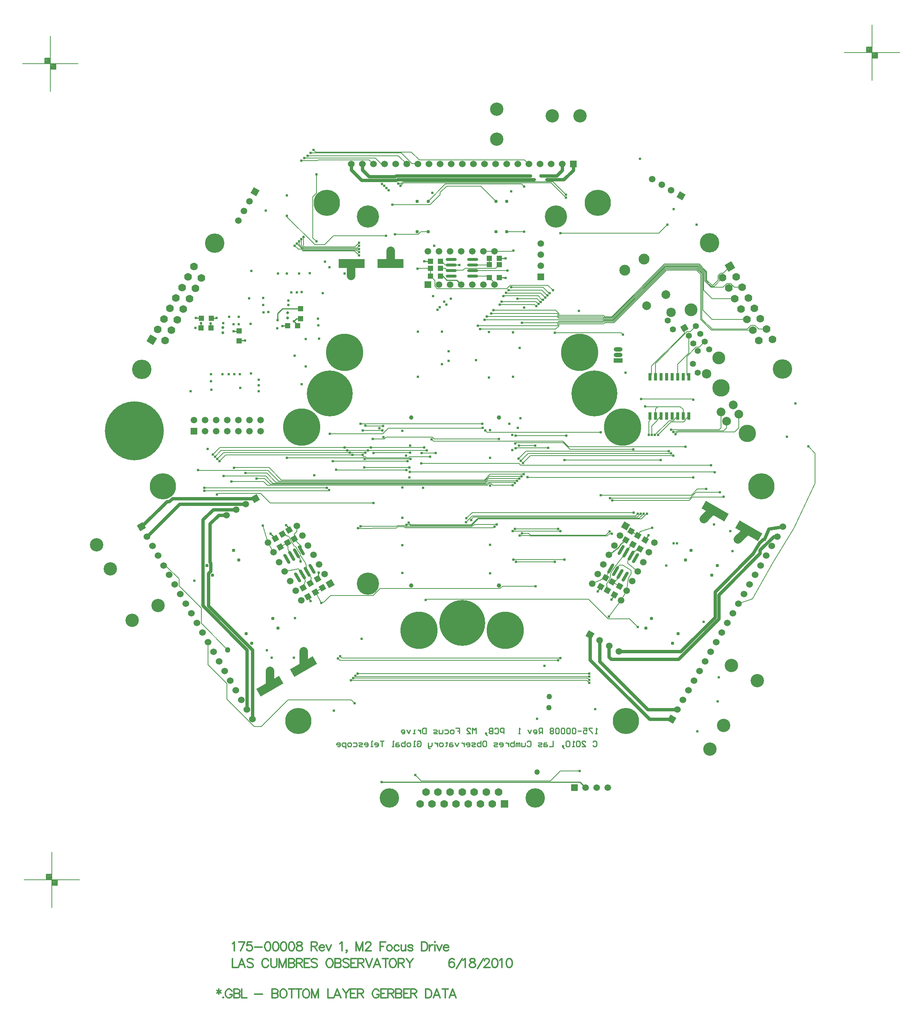
<source format=gbl>
%FSLAX23Y23*%
%MOIN*%
G70*
G01*
G75*
G04 Layer_Physical_Order=9*
G04 Layer_Color=16711680*
%ADD10O,0.027X0.010*%
%ADD11R,0.065X0.094*%
%ADD12R,0.070X0.135*%
%ADD13O,0.098X0.028*%
%ADD14R,0.048X0.078*%
%ADD15R,0.087X0.059*%
%ADD16R,0.063X0.075*%
%ADD17R,0.050X0.050*%
%ADD18R,0.050X0.050*%
%ADD19R,0.025X0.100*%
%ADD20R,0.057X0.012*%
%ADD21R,0.025X0.185*%
%ADD22O,0.024X0.010*%
%ADD23R,0.094X0.130*%
%ADD24R,0.094X0.102*%
%ADD25R,0.200X0.150*%
%ADD26R,0.200X0.040*%
%ADD27R,0.059X0.051*%
%ADD28O,0.012X0.069*%
%ADD29R,0.078X0.048*%
G04:AMPARAMS|DCode=30|XSize=78mil|YSize=48mil|CornerRadius=0mil|HoleSize=0mil|Usage=FLASHONLY|Rotation=120.000|XOffset=0mil|YOffset=0mil|HoleType=Round|Shape=Rectangle|*
%AMROTATEDRECTD30*
4,1,4,0.040,-0.022,-0.001,-0.046,-0.040,0.022,0.001,0.046,0.040,-0.022,0.0*
%
%ADD30ROTATEDRECTD30*%

G04:AMPARAMS|DCode=31|XSize=78mil|YSize=48mil|CornerRadius=0mil|HoleSize=0mil|Usage=FLASHONLY|Rotation=240.000|XOffset=0mil|YOffset=0mil|HoleType=Round|Shape=Rectangle|*
%AMROTATEDRECTD31*
4,1,4,-0.001,0.046,0.040,0.022,0.001,-0.046,-0.040,-0.022,-0.001,0.046,0.0*
%
%ADD31ROTATEDRECTD31*%

%ADD32R,0.067X0.040*%
%ADD33R,0.040X0.067*%
%ADD34R,0.051X0.059*%
G04:AMPARAMS|DCode=35|XSize=135mil|YSize=70mil|CornerRadius=0mil|HoleSize=0mil|Usage=FLASHONLY|Rotation=30.000|XOffset=0mil|YOffset=0mil|HoleType=Round|Shape=Rectangle|*
%AMROTATEDRECTD35*
4,1,4,-0.041,-0.064,-0.076,-0.003,0.041,0.064,0.076,0.003,-0.041,-0.064,0.0*
%
%ADD35ROTATEDRECTD35*%

G04:AMPARAMS|DCode=36|XSize=135mil|YSize=70mil|CornerRadius=0mil|HoleSize=0mil|Usage=FLASHONLY|Rotation=150.000|XOffset=0mil|YOffset=0mil|HoleType=Round|Shape=Rectangle|*
%AMROTATEDRECTD36*
4,1,4,0.076,-0.003,0.041,-0.064,-0.076,0.003,-0.041,0.064,0.076,-0.003,0.0*
%
%ADD36ROTATEDRECTD36*%

%ADD37C,0.020*%
%ADD38C,0.030*%
%ADD39C,0.010*%
%ADD40C,0.005*%
%ADD41C,0.050*%
%ADD42C,0.005*%
%ADD43C,0.012*%
%ADD44C,0.008*%
%ADD45C,0.012*%
%ADD46C,0.012*%
%ADD47C,0.055*%
%ADD48P,0.078X4X165.0*%
%ADD49C,0.116*%
%ADD50C,0.085*%
%ADD51C,0.039*%
%ADD52C,0.200*%
%ADD53C,0.120*%
%ADD54P,0.085X4X105.0*%
%ADD55C,0.060*%
%ADD56P,0.085X4X345.0*%
%ADD57R,0.060X0.060*%
%ADD58P,0.084X4X195.0*%
%ADD59C,0.059*%
%ADD60C,0.031*%
%ADD61C,0.079*%
%ADD62P,0.084X4X255.0*%
%ADD63R,0.059X0.059*%
%ADD64C,0.175*%
%ADD65C,0.070*%
%ADD66R,0.070X0.070*%
%ADD67P,0.084X4X255.0*%
%ADD68C,0.059*%
%ADD69R,0.059X0.059*%
%ADD70P,0.084X4X375.0*%
%ADD71C,0.157*%
%ADD72P,0.084X4X285.0*%
%ADD73C,0.098*%
%ADD74O,0.079X0.039*%
%ADD75R,0.079X0.039*%
%ADD76R,0.059X0.059*%
%ADD77C,0.413*%
%ADD78C,0.531*%
%ADD79C,0.335*%
%ADD80C,0.236*%
%ADD81P,0.099X4X165.0*%
%ADD82P,0.099X4X285.0*%
%ADD83C,0.024*%
%ADD84C,0.026*%
%ADD85C,0.050*%
%ADD86C,0.040*%
%ADD87C,0.075*%
%ADD88C,0.168*%
%ADD89C,0.102*%
%ADD90C,0.080*%
%ADD91C,0.131*%
%ADD92C,0.110*%
G04:AMPARAMS|DCode=93|XSize=90mil|YSize=90mil|CornerRadius=0mil|HoleSize=0mil|Usage=FLASHONLY|Rotation=0.000|XOffset=0mil|YOffset=0mil|HoleType=Round|Shape=Relief|Width=10mil|Gap=10mil|Entries=4|*
%AMTHD93*
7,0,0,0.090,0.070,0.010,45*
%
%ADD93THD93*%
%ADD94C,0.075*%
%ADD95C,0.060*%
G04:AMPARAMS|DCode=96|XSize=107.244mil|YSize=107.244mil|CornerRadius=0mil|HoleSize=0mil|Usage=FLASHONLY|Rotation=0.000|XOffset=0mil|YOffset=0mil|HoleType=Round|Shape=Relief|Width=10mil|Gap=10mil|Entries=4|*
%AMTHD96*
7,0,0,0.107,0.087,0.010,45*
%
%ADD96THD96*%
%ADD97C,0.087*%
%ADD98C,0.163*%
%ADD99C,0.087*%
%ADD100C,0.075*%
%ADD101C,0.131*%
%ADD102C,0.076*%
%ADD103C,0.099*%
%ADD104C,0.070*%
G04:AMPARAMS|DCode=105|XSize=95.433mil|YSize=95.433mil|CornerRadius=0mil|HoleSize=0mil|Usage=FLASHONLY|Rotation=0.000|XOffset=0mil|YOffset=0mil|HoleType=Round|Shape=Relief|Width=10mil|Gap=10mil|Entries=4|*
%AMTHD105*
7,0,0,0.095,0.075,0.010,45*
%
%ADD105THD105*%
%ADD106C,0.257*%
%ADD107C,0.571*%
%ADD108C,0.375*%
%ADD109C,0.206*%
%ADD110C,0.053*%
G04:AMPARAMS|DCode=111|XSize=70mil|YSize=70mil|CornerRadius=0mil|HoleSize=0mil|Usage=FLASHONLY|Rotation=0.000|XOffset=0mil|YOffset=0mil|HoleType=Round|Shape=Relief|Width=10mil|Gap=10mil|Entries=4|*
%AMTHD111*
7,0,0,0.070,0.050,0.010,45*
%
%ADD111THD111*%
%ADD112C,0.065*%
G04:AMPARAMS|DCode=113|XSize=85mil|YSize=85mil|CornerRadius=0mil|HoleSize=0mil|Usage=FLASHONLY|Rotation=0.000|XOffset=0mil|YOffset=0mil|HoleType=Round|Shape=Relief|Width=10mil|Gap=10mil|Entries=4|*
%AMTHD113*
7,0,0,0.085,0.065,0.010,45*
%
%ADD113THD113*%
G04:AMPARAMS|DCode=114|XSize=95mil|YSize=95mil|CornerRadius=0mil|HoleSize=0mil|Usage=FLASHONLY|Rotation=0.000|XOffset=0mil|YOffset=0mil|HoleType=Round|Shape=Relief|Width=10mil|Gap=10mil|Entries=4|*
%AMTHD114*
7,0,0,0.095,0.075,0.010,45*
%
%ADD114THD114*%
G04:AMPARAMS|DCode=115|XSize=122mil|YSize=122mil|CornerRadius=0mil|HoleSize=0mil|Usage=FLASHONLY|Rotation=0.000|XOffset=0mil|YOffset=0mil|HoleType=Round|Shape=Relief|Width=10mil|Gap=10mil|Entries=4|*
%AMTHD115*
7,0,0,0.122,0.102,0.010,45*
%
%ADD115THD115*%
G04:AMPARAMS|DCode=116|XSize=79.685mil|YSize=79.685mil|CornerRadius=0mil|HoleSize=0mil|Usage=FLASHONLY|Rotation=0.000|XOffset=0mil|YOffset=0mil|HoleType=Round|Shape=Relief|Width=10mil|Gap=10mil|Entries=4|*
%AMTHD116*
7,0,0,0.080,0.060,0.010,45*
%
%ADD116THD116*%
G04:AMPARAMS|DCode=117|XSize=183mil|YSize=183mil|CornerRadius=0mil|HoleSize=0mil|Usage=FLASHONLY|Rotation=0.000|XOffset=0mil|YOffset=0mil|HoleType=Round|Shape=Relief|Width=10mil|Gap=10mil|Entries=4|*
%AMTHD117*
7,0,0,0.183,0.163,0.010,45*
%
%ADD117THD117*%
G04:AMPARAMS|DCode=118|XSize=107mil|YSize=107mil|CornerRadius=0mil|HoleSize=0mil|Usage=FLASHONLY|Rotation=0.000|XOffset=0mil|YOffset=0mil|HoleType=Round|Shape=Relief|Width=10mil|Gap=10mil|Entries=4|*
%AMTHD118*
7,0,0,0.107,0.087,0.010,45*
%
%ADD118THD118*%
G04:AMPARAMS|DCode=119|XSize=95.433mil|YSize=95.433mil|CornerRadius=0mil|HoleSize=0mil|Usage=FLASHONLY|Rotation=0.000|XOffset=0mil|YOffset=0mil|HoleType=Round|Shape=Relief|Width=10mil|Gap=10mil|Entries=4|*
%AMTHD119*
7,0,0,0.095,0.075,0.010,45*
%
%ADD119THD119*%
G04:AMPARAMS|DCode=120|XSize=150.551mil|YSize=150.551mil|CornerRadius=0mil|HoleSize=0mil|Usage=FLASHONLY|Rotation=0.000|XOffset=0mil|YOffset=0mil|HoleType=Round|Shape=Relief|Width=10mil|Gap=10mil|Entries=4|*
%AMTHD120*
7,0,0,0.151,0.131,0.010,45*
%
%ADD120THD120*%
G04:AMPARAMS|DCode=121|XSize=96.221mil|YSize=96.221mil|CornerRadius=0mil|HoleSize=0mil|Usage=FLASHONLY|Rotation=0.000|XOffset=0mil|YOffset=0mil|HoleType=Round|Shape=Relief|Width=10mil|Gap=10mil|Entries=4|*
%AMTHD121*
7,0,0,0.096,0.076,0.010,45*
%
%ADD121THD121*%
G04:AMPARAMS|DCode=122|XSize=119.055mil|YSize=119.055mil|CornerRadius=0mil|HoleSize=0mil|Usage=FLASHONLY|Rotation=0.000|XOffset=0mil|YOffset=0mil|HoleType=Round|Shape=Relief|Width=10mil|Gap=10mil|Entries=4|*
%AMTHD122*
7,0,0,0.119,0.099,0.010,45*
%
%ADD122THD122*%
G04:AMPARAMS|DCode=123|XSize=89.528mil|YSize=89.528mil|CornerRadius=0mil|HoleSize=0mil|Usage=FLASHONLY|Rotation=0.000|XOffset=0mil|YOffset=0mil|HoleType=Round|Shape=Relief|Width=10mil|Gap=10mil|Entries=4|*
%AMTHD123*
7,0,0,0.090,0.070,0.010,45*
%
%ADD123THD123*%
G04:AMPARAMS|DCode=124|XSize=72.992mil|YSize=72.992mil|CornerRadius=0mil|HoleSize=0mil|Usage=FLASHONLY|Rotation=0.000|XOffset=0mil|YOffset=0mil|HoleType=Round|Shape=Relief|Width=10mil|Gap=10mil|Entries=4|*
%AMTHD124*
7,0,0,0.073,0.053,0.010,45*
%
%ADD124THD124*%
G04:AMPARAMS|DCode=125|XSize=79mil|YSize=236mil|CornerRadius=0mil|HoleSize=0mil|Usage=FLASHONLY|Rotation=240.000|XOffset=0mil|YOffset=0mil|HoleType=Round|Shape=Rectangle|*
%AMROTATEDRECTD125*
4,1,4,-0.083,0.093,0.122,-0.025,0.083,-0.093,-0.122,0.025,-0.083,0.093,0.0*
%
%ADD125ROTATEDRECTD125*%

G04:AMPARAMS|DCode=126|XSize=79mil|YSize=236mil|CornerRadius=0mil|HoleSize=0mil|Usage=FLASHONLY|Rotation=120.000|XOffset=0mil|YOffset=0mil|HoleType=Round|Shape=Rectangle|*
%AMROTATEDRECTD126*
4,1,4,0.122,0.025,-0.083,-0.093,-0.122,-0.025,0.083,0.093,0.122,0.025,0.0*
%
%ADD126ROTATEDRECTD126*%

%ADD127R,0.236X0.079*%
%ADD128R,0.025X0.070*%
G04:AMPARAMS|DCode=129|XSize=28mil|YSize=98mil|CornerRadius=0mil|HoleSize=0mil|Usage=FLASHONLY|Rotation=210.000|XOffset=0mil|YOffset=0mil|HoleType=Round|Shape=Round|*
%AMOVALD129*
21,1,0.071,0.028,0.000,0.000,300.0*
1,1,0.028,-0.018,0.031*
1,1,0.028,0.018,-0.031*
%
%ADD129OVALD129*%

%ADD130P,0.071X4X345.0*%
G04:AMPARAMS|DCode=131|XSize=28mil|YSize=98mil|CornerRadius=0mil|HoleSize=0mil|Usage=FLASHONLY|Rotation=330.000|XOffset=0mil|YOffset=0mil|HoleType=Round|Shape=Round|*
%AMOVALD131*
21,1,0.071,0.028,0.000,0.000,60.0*
1,1,0.028,-0.018,-0.031*
1,1,0.028,0.018,0.031*
%
%ADD131OVALD131*%

%ADD132P,0.071X4X105.0*%
%ADD133C,0.075*%
D13*
X15575Y14771D02*
D03*
Y14721D02*
D03*
Y14671D02*
D03*
Y14621D02*
D03*
X15382Y14771D02*
D03*
Y14721D02*
D03*
Y14671D02*
D03*
Y14621D02*
D03*
D17*
X13998Y14174D02*
D03*
X13908D02*
D03*
X13126Y14155D02*
D03*
X13216D02*
D03*
X13221Y14243D02*
D03*
X13131D02*
D03*
X15724Y14781D02*
D03*
X15814D02*
D03*
Y14726D02*
D03*
X15724D02*
D03*
X15194Y14691D02*
D03*
X15284D02*
D03*
Y14756D02*
D03*
X15194D02*
D03*
X15723Y14608D02*
D03*
X15813D02*
D03*
X15194Y14621D02*
D03*
X15284D02*
D03*
D18*
X14023Y14329D02*
D03*
Y14239D02*
D03*
X13471Y14040D02*
D03*
Y14130D02*
D03*
D38*
X14897Y15492D02*
X16128D01*
X14883Y15526D02*
X16094D01*
X14888Y15484D02*
X14897Y15492D01*
X14874Y15518D02*
X14883Y15526D01*
X13236Y12520D02*
X13444D01*
X13145Y12429D02*
X13236Y12520D01*
X13145Y11654D02*
Y12429D01*
Y11654D02*
X13542Y11257D01*
Y10718D02*
Y11257D01*
X13286Y12470D02*
X13358D01*
X13207Y12391D02*
X13286Y12470D01*
X13207Y12046D02*
Y12391D01*
Y12046D02*
X13215Y12038D01*
X13195Y11944D02*
X13215Y11964D01*
Y12038D01*
X13195Y11653D02*
Y11944D01*
Y11653D02*
X13592Y11255D01*
Y10632D02*
Y11255D01*
X12935Y12570D02*
X13531D01*
X12642Y12277D02*
X12935Y12570D01*
X12869Y12620D02*
X13617D01*
X12841Y12592D02*
X12869Y12620D01*
X12820Y12592D02*
X12841D01*
X12592Y12364D02*
X12820Y12592D01*
X17790Y11753D02*
X18161Y12124D01*
X16801Y11288D02*
X16804Y11292D01*
X16801Y11193D02*
Y11288D01*
Y11193D02*
X16821Y11173D01*
X17427D01*
X17790Y11536D01*
Y11753D01*
X18161Y12124D02*
Y12155D01*
X18283Y12277D01*
X18316D01*
X16891Y11242D02*
X17448D01*
X17756Y11550D01*
Y11780D01*
X18098Y12122D01*
X18160Y12224D01*
X18161Y12225D01*
X18164Y12227D01*
X18171Y12233D01*
X18176Y12239D01*
X18186Y12250D01*
X18189Y12251D01*
X18193Y12252D01*
X18199Y12253D01*
X18242Y12346D01*
X18366Y12364D01*
X18359Y12371D02*
X18366Y12364D01*
X16718Y11151D02*
Y11342D01*
Y11151D02*
X17150Y10718D01*
X17416D01*
X16631Y11167D02*
Y11392D01*
Y11167D02*
X17167Y10632D01*
X17366D01*
X16308Y15491D02*
X16395D01*
X16479Y15575D01*
X16186Y15526D02*
X16321D01*
X16322Y15525D01*
X16329D01*
X16241Y15492D02*
X16307D01*
X16308Y15491D01*
X16329Y15525D02*
X16379Y15575D01*
X16479D02*
Y15632D01*
X16379Y15575D02*
Y15632D01*
X14573Y15484D02*
X14888D01*
X14479Y15578D02*
X14573Y15484D01*
X14639Y15518D02*
X14874D01*
X14579Y15578D02*
X14639Y15518D01*
X14579Y15578D02*
Y15632D01*
X14479Y15578D02*
Y15632D01*
D39*
X13862Y14171D02*
X13865Y14174D01*
X13908D01*
X13817Y14226D02*
Y14286D01*
X13860Y14329D01*
X14023D01*
X13998Y14174D02*
Y14182D01*
X13964Y14216D02*
X13998Y14182D01*
X13987Y14239D02*
X14023D01*
X13964Y14216D02*
X13987Y14239D01*
X13267Y14243D02*
X13268Y14244D01*
X13221Y14243D02*
X13267D01*
X13129Y14245D02*
X13131Y14243D01*
X13082Y14245D02*
X13129D01*
X13126Y14197D02*
X13127Y14198D01*
X13126Y14155D02*
Y14197D01*
X13214Y14157D02*
X13216Y14155D01*
X13214Y14157D02*
Y14194D01*
X13474Y14043D02*
X13524D01*
X13471Y14040D02*
X13474Y14043D01*
X13468Y14127D02*
X13471Y14130D01*
X13420Y14127D02*
X13468D01*
X16539Y10066D02*
X16589Y10016D01*
X14753Y10066D02*
X16539D01*
X15813Y14608D02*
X15869D01*
X15870Y14607D01*
X15814Y14781D02*
X15868D01*
X15869Y14782D01*
X15139Y14756D02*
X15194D01*
X15138Y14755D02*
X15139Y14756D01*
X15284Y14621D02*
X15306D01*
X15341Y14586D01*
X15429D01*
X15469Y14546D01*
X13921Y12335D02*
Y12353D01*
X13895Y12380D02*
X13921Y12353D01*
X13755Y12301D02*
X13796Y12260D01*
X13754Y12301D02*
X13755D01*
X14091Y11737D02*
X14113Y11694D01*
X14176Y11895D02*
X14187Y11952D01*
X16699Y11783D02*
X16726Y11827D01*
X16824Y11708D02*
X16851Y11752D01*
X17126Y12245D02*
X17156Y12290D01*
X16908Y12209D02*
X16955Y12247D01*
X16887Y12179D02*
X16908Y12209D01*
X16884Y12174D02*
X16887Y12179D01*
X16799Y12111D02*
X16884Y12174D01*
X15854Y10501D02*
Y10551D01*
X15829D01*
X15821Y10542D01*
Y10526D01*
X15829Y10517D01*
X15854D01*
X15771Y10542D02*
X15779Y10551D01*
X15796D01*
X15804Y10542D01*
Y10509D01*
X15796Y10501D01*
X15779D01*
X15771Y10509D01*
X15754Y10551D02*
Y10501D01*
X15729D01*
X15721Y10509D01*
Y10517D01*
X15729Y10526D01*
X15754D01*
X15729D01*
X15721Y10534D01*
Y10542D01*
X15729Y10551D01*
X15754D01*
X15696Y10492D02*
X15687Y10501D01*
Y10509D01*
X15696D01*
Y10501D01*
X15687D01*
X15696Y10492D01*
X15704Y10484D01*
X15604Y10501D02*
Y10551D01*
X15587Y10534D01*
X15571Y10551D01*
Y10501D01*
X15521D02*
X15554D01*
X15521Y10534D01*
Y10542D01*
X15529Y10551D01*
X15546D01*
X15554Y10542D01*
X15421Y10551D02*
X15454D01*
Y10526D01*
X15437D01*
X15454D01*
Y10501D01*
X15396D02*
X15379D01*
X15371Y10509D01*
Y10526D01*
X15379Y10534D01*
X15396D01*
X15404Y10526D01*
Y10509D01*
X15396Y10501D01*
X15321Y10534D02*
X15346D01*
X15354Y10526D01*
Y10509D01*
X15346Y10501D01*
X15321D01*
X15304Y10534D02*
Y10509D01*
X15296Y10501D01*
X15271D01*
Y10534D01*
X15254Y10501D02*
X15229D01*
X15221Y10509D01*
X15229Y10517D01*
X15246D01*
X15254Y10526D01*
X15246Y10534D01*
X15221D01*
X15154Y10551D02*
Y10501D01*
X15129D01*
X15121Y10509D01*
Y10542D01*
X15129Y10551D01*
X15154D01*
X15104Y10534D02*
Y10501D01*
Y10517D01*
X15096Y10526D01*
X15087Y10534D01*
X15079D01*
X15054Y10501D02*
X15037D01*
X15046D01*
Y10534D01*
X15054D01*
X15012D02*
X14996Y10501D01*
X14979Y10534D01*
X14937Y10501D02*
X14954D01*
X14962Y10509D01*
Y10526D01*
X14954Y10534D01*
X14937D01*
X14929Y10526D01*
Y10517D01*
X14962D01*
X16694Y10501D02*
X16677D01*
X16686D01*
Y10551D01*
X16694Y10542D01*
X16652Y10551D02*
X16619D01*
Y10542D01*
X16652Y10509D01*
Y10501D01*
X16569Y10551D02*
X16602D01*
Y10526D01*
X16586Y10534D01*
X16577D01*
X16569Y10526D01*
Y10509D01*
X16577Y10501D01*
X16594D01*
X16602Y10509D01*
X16552Y10526D02*
X16519D01*
X16502Y10542D02*
X16494Y10551D01*
X16477D01*
X16469Y10542D01*
Y10509D01*
X16477Y10501D01*
X16494D01*
X16502Y10509D01*
Y10542D01*
X16452D02*
X16444Y10551D01*
X16427D01*
X16419Y10542D01*
Y10509D01*
X16427Y10501D01*
X16444D01*
X16452Y10509D01*
Y10542D01*
X16402D02*
X16394Y10551D01*
X16377D01*
X16369Y10542D01*
Y10509D01*
X16377Y10501D01*
X16394D01*
X16402Y10509D01*
Y10542D01*
X16352D02*
X16344Y10551D01*
X16327D01*
X16319Y10542D01*
Y10509D01*
X16327Y10501D01*
X16344D01*
X16352Y10509D01*
Y10542D01*
X16302D02*
X16294Y10551D01*
X16277D01*
X16269Y10542D01*
Y10534D01*
X16277Y10526D01*
X16269Y10517D01*
Y10509D01*
X16277Y10501D01*
X16294D01*
X16302Y10509D01*
Y10517D01*
X16294Y10526D01*
X16302Y10534D01*
Y10542D01*
X16294Y10526D02*
X16277D01*
X16202Y10501D02*
Y10551D01*
X16177D01*
X16169Y10542D01*
Y10526D01*
X16177Y10517D01*
X16202D01*
X16186D02*
X16169Y10501D01*
X16127D02*
X16144D01*
X16152Y10509D01*
Y10526D01*
X16144Y10534D01*
X16127D01*
X16119Y10526D01*
Y10517D01*
X16152D01*
X16102Y10534D02*
X16086Y10501D01*
X16069Y10534D01*
X16002Y10501D02*
X15986D01*
X15994D01*
Y10551D01*
X16002Y10542D01*
X16656Y10427D02*
X16664Y10436D01*
X16681D01*
X16689Y10427D01*
Y10394D01*
X16681Y10386D01*
X16664D01*
X16656Y10394D01*
X16556Y10386D02*
X16589D01*
X16556Y10419D01*
Y10427D01*
X16564Y10436D01*
X16581D01*
X16589Y10427D01*
X16539D02*
X16531Y10436D01*
X16514D01*
X16506Y10427D01*
Y10394D01*
X16514Y10386D01*
X16531D01*
X16539Y10394D01*
Y10427D01*
X16489Y10386D02*
X16472D01*
X16481D01*
Y10436D01*
X16489Y10427D01*
X16447D02*
X16439Y10436D01*
X16422D01*
X16414Y10427D01*
Y10394D01*
X16422Y10386D01*
X16439D01*
X16447Y10394D01*
Y10427D01*
X16389Y10377D02*
X16381Y10386D01*
Y10394D01*
X16389D01*
Y10386D01*
X16381D01*
X16389Y10377D01*
X16397Y10369D01*
X16297Y10436D02*
Y10386D01*
X16264D01*
X16239Y10419D02*
X16222D01*
X16214Y10411D01*
Y10386D01*
X16239D01*
X16247Y10394D01*
X16239Y10402D01*
X16214D01*
X16197Y10386D02*
X16172D01*
X16164Y10394D01*
X16172Y10402D01*
X16189D01*
X16197Y10411D01*
X16189Y10419D01*
X16164D01*
X16064Y10427D02*
X16072Y10436D01*
X16089D01*
X16097Y10427D01*
Y10394D01*
X16089Y10386D01*
X16072D01*
X16064Y10394D01*
X16047Y10419D02*
Y10394D01*
X16039Y10386D01*
X16014D01*
Y10419D01*
X15997Y10386D02*
Y10419D01*
X15989D01*
X15981Y10411D01*
Y10386D01*
Y10411D01*
X15972Y10419D01*
X15964Y10411D01*
Y10386D01*
X15947Y10436D02*
Y10386D01*
X15922D01*
X15914Y10394D01*
Y10402D01*
Y10411D01*
X15922Y10419D01*
X15947D01*
X15897D02*
Y10386D01*
Y10402D01*
X15889Y10411D01*
X15881Y10419D01*
X15872D01*
X15822Y10386D02*
X15839D01*
X15847Y10394D01*
Y10411D01*
X15839Y10419D01*
X15822D01*
X15814Y10411D01*
Y10402D01*
X15847D01*
X15797Y10386D02*
X15772D01*
X15764Y10394D01*
X15772Y10402D01*
X15789D01*
X15797Y10411D01*
X15789Y10419D01*
X15764D01*
X15673Y10436D02*
X15689D01*
X15698Y10427D01*
Y10394D01*
X15689Y10386D01*
X15673D01*
X15664Y10394D01*
Y10427D01*
X15673Y10436D01*
X15648D02*
Y10386D01*
X15623D01*
X15614Y10394D01*
Y10402D01*
Y10411D01*
X15623Y10419D01*
X15648D01*
X15598Y10386D02*
X15573D01*
X15564Y10394D01*
X15573Y10402D01*
X15589D01*
X15598Y10411D01*
X15589Y10419D01*
X15564D01*
X15523Y10386D02*
X15539D01*
X15548Y10394D01*
Y10411D01*
X15539Y10419D01*
X15523D01*
X15514Y10411D01*
Y10402D01*
X15548D01*
X15498Y10419D02*
Y10386D01*
Y10402D01*
X15489Y10411D01*
X15481Y10419D01*
X15473D01*
X15448D02*
X15431Y10386D01*
X15414Y10419D01*
X15389D02*
X15373D01*
X15364Y10411D01*
Y10386D01*
X15389D01*
X15398Y10394D01*
X15389Y10402D01*
X15364D01*
X15339Y10427D02*
Y10419D01*
X15348D01*
X15331D01*
X15339D01*
Y10394D01*
X15331Y10386D01*
X15298D02*
X15281D01*
X15273Y10394D01*
Y10411D01*
X15281Y10419D01*
X15298D01*
X15306Y10411D01*
Y10394D01*
X15298Y10386D01*
X15256Y10419D02*
Y10386D01*
Y10402D01*
X15248Y10411D01*
X15239Y10419D01*
X15231D01*
X15206D02*
Y10394D01*
X15198Y10386D01*
X15173D01*
Y10377D01*
X15181Y10369D01*
X15189D01*
X15173Y10386D02*
Y10419D01*
X15073Y10427D02*
X15081Y10436D01*
X15098D01*
X15106Y10427D01*
Y10394D01*
X15098Y10386D01*
X15081D01*
X15073Y10394D01*
Y10411D01*
X15089D01*
X15056Y10386D02*
X15039D01*
X15048D01*
Y10436D01*
X15056D01*
X15006Y10386D02*
X14989D01*
X14981Y10394D01*
Y10411D01*
X14989Y10419D01*
X15006D01*
X15014Y10411D01*
Y10394D01*
X15006Y10386D01*
X14964Y10436D02*
Y10386D01*
X14939D01*
X14931Y10394D01*
Y10402D01*
Y10411D01*
X14939Y10419D01*
X14964D01*
X14906D02*
X14889D01*
X14881Y10411D01*
Y10386D01*
X14906D01*
X14914Y10394D01*
X14906Y10402D01*
X14881D01*
X14864Y10386D02*
X14848D01*
X14856D01*
Y10436D01*
X14864D01*
X14773D02*
X14739D01*
X14756D01*
Y10386D01*
X14698D02*
X14715D01*
X14723Y10394D01*
Y10411D01*
X14715Y10419D01*
X14698D01*
X14690Y10411D01*
Y10402D01*
X14723D01*
X14673Y10386D02*
X14656D01*
X14665D01*
Y10436D01*
X14673D01*
X14606Y10386D02*
X14623D01*
X14631Y10394D01*
Y10411D01*
X14623Y10419D01*
X14606D01*
X14598Y10411D01*
Y10402D01*
X14631D01*
X14581Y10386D02*
X14556D01*
X14548Y10394D01*
X14556Y10402D01*
X14573D01*
X14581Y10411D01*
X14573Y10419D01*
X14548D01*
X14498D02*
X14523D01*
X14531Y10411D01*
Y10394D01*
X14523Y10386D01*
X14498D01*
X14473D02*
X14456D01*
X14448Y10394D01*
Y10411D01*
X14456Y10419D01*
X14473D01*
X14481Y10411D01*
Y10394D01*
X14473Y10386D01*
X14431Y10369D02*
Y10419D01*
X14406D01*
X14398Y10411D01*
Y10394D01*
X14406Y10386D01*
X14431D01*
X14356D02*
X14373D01*
X14381Y10394D01*
Y10411D01*
X14373Y10419D01*
X14356D01*
X14348Y10411D01*
Y10402D01*
X14381D01*
D40*
X14154Y14904D02*
X14239D01*
X13901Y15157D02*
Y15164D01*
Y15157D02*
X14154Y14904D01*
X14239D02*
X14320Y14985D01*
X14794D01*
X14675Y13155D02*
X14676Y13154D01*
X14777D01*
X14795Y13171D01*
X15211D01*
X15226Y13156D01*
X15811D01*
X17252Y15010D02*
X17328Y15086D01*
X16365Y15010D02*
X17252D01*
X16416Y13187D02*
X16417Y13186D01*
X15962Y13187D02*
X16416D01*
X15959Y13184D02*
X15962Y13187D01*
X16068Y12811D02*
X16069Y12810D01*
X17560D01*
X17555Y13516D02*
X17562Y13509D01*
X17089Y13516D02*
X17555D01*
X15058Y10129D02*
X15109Y10077D01*
X16274D01*
X16363Y10167D01*
X16538D01*
X16910Y14112D02*
X16927Y14095D01*
X16314Y14112D02*
X16910D01*
X15965Y12049D02*
X16313D01*
X15941Y12069D02*
X15942Y12068D01*
X16400D01*
X16401Y12966D02*
X16402Y12967D01*
X17268D01*
X12792Y12017D02*
X12807D01*
X12929Y11896D01*
Y11832D02*
Y11896D01*
Y11832D02*
X13129Y11632D01*
Y11494D02*
Y11632D01*
Y11494D02*
X13366Y11257D01*
X15648Y15433D02*
X15784Y15297D01*
X15339Y15433D02*
X15648D01*
X15282Y15376D02*
X15339Y15433D01*
X15282Y15355D02*
Y15376D01*
X16013Y15451D02*
X16036Y15428D01*
X15328Y15451D02*
X16013D01*
X15174Y15297D02*
X15328Y15451D01*
X14950Y15462D02*
X16279D01*
X14946Y15471D02*
X16298D01*
X14924Y15436D02*
X14950Y15462D01*
X14931Y15456D02*
X14946Y15471D01*
X15191Y15264D02*
X15282Y15355D01*
X14850Y15264D02*
X15191D01*
X14873Y14999D02*
X14873Y14999D01*
X15085D01*
X15107Y15021D01*
X15174D01*
X14682Y13031D02*
X15012D01*
X14632Y13052D02*
X15160D01*
X16035Y15021D02*
X16036Y15023D01*
X15882Y15021D02*
X16035D01*
X15114Y13028D02*
X15240D01*
X15152Y11707D02*
X15153D01*
X15157Y11711D01*
X16618D01*
X16794Y11535D01*
X16988D01*
X17061Y11463D01*
X15203Y13153D02*
X15219Y13137D01*
X16388D01*
X16438Y13087D01*
X16449Y13063D02*
X17019D01*
X16391Y13121D02*
X16449Y13063D01*
X17011Y13044D02*
X17341D01*
X17341Y13044D01*
X17011D02*
X17011Y13044D01*
X16053Y13044D02*
X17011D01*
X16438Y13087D02*
X17492D01*
X13280Y12667D02*
X13664D01*
X13751Y12580D01*
X14681D01*
X15190Y12994D02*
X15191Y12995D01*
X15005Y12994D02*
X15190D01*
X14996Y12985D02*
X15005Y12994D01*
X14617Y12985D02*
X14996D01*
X13901D02*
X14583D01*
X14608Y12994D02*
X14617Y12985D01*
X14592Y12994D02*
X14608D01*
X14583Y12985D02*
X14592Y12994D01*
X13100Y12873D02*
X13730D01*
X13099Y12874D02*
X13100Y12873D01*
X13332Y12823D02*
X13709D01*
X13435Y12898D02*
X13740D01*
X13424Y12897D02*
X13435D01*
X13528Y12848D02*
X13720D01*
X13627Y12798D02*
X13699D01*
X13749Y12748D02*
X15702D01*
X13699Y12798D02*
X13749Y12748D01*
X13775Y12757D02*
X15688D01*
X13709Y12823D02*
X13775Y12757D01*
X13802Y12766D02*
X15684D01*
X13720Y12848D02*
X13802Y12766D01*
X13828Y12775D02*
X15680D01*
X13730Y12873D02*
X13828Y12775D01*
X13852Y12786D02*
X15679D01*
X13740Y12898D02*
X13852Y12786D01*
X13689Y12773D02*
X13723Y12739D01*
X15706D01*
X13399Y12773D02*
X13689D01*
X15679Y12786D02*
X15731Y12838D01*
X16033D01*
X15680Y12775D02*
X15724Y12818D01*
X16013D01*
X15684Y12766D02*
X15717Y12798D01*
X15993D01*
X15688Y12757D02*
X15709Y12778D01*
X15973D01*
X15702Y12748D02*
X15718Y12764D01*
X15948D01*
X15954Y12759D01*
X15706Y12739D02*
X15722Y12755D01*
X15738D02*
X15754Y12739D01*
X15934D01*
X15722Y12755D02*
X15738D01*
X17966Y11671D02*
X18093Y11716D01*
X18283Y12051D01*
X18466Y12351D01*
X18657Y12756D01*
Y13027D01*
X18596Y13088D02*
X18657Y13027D01*
X17676Y12704D02*
X17677Y12705D01*
X17598Y12704D02*
X17676D01*
X17543Y12649D02*
X17598Y12704D01*
X16726Y12649D02*
X17543D01*
X16725Y13217D02*
X16726Y13216D01*
X15739Y13217D02*
X16725D01*
X15738Y13215D02*
X15739Y13217D01*
X15703Y13215D02*
X15738D01*
X15686Y13233D02*
X15703Y13215D01*
X16008Y12920D02*
X17720D01*
X17720Y12920D01*
X15991Y12937D02*
X16008Y12920D01*
X15111Y12937D02*
X15991D01*
X17753Y12858D02*
X17754Y12857D01*
X15007Y12858D02*
X17753D01*
X17584Y12677D02*
X17800D01*
X17530Y12623D02*
X17584Y12677D01*
X17834Y12633D02*
X17835Y12634D01*
X17553Y12633D02*
X17834D01*
X16083Y12287D02*
X16090Y12281D01*
X16812Y12623D02*
X17530D01*
X17523Y12603D02*
X17553Y12633D01*
X16832Y12603D02*
X17523D01*
X16774Y12290D02*
X16807Y12323D01*
X16093Y12290D02*
X16774D01*
X16807Y12303D02*
X16827D01*
X16785Y12281D02*
X16807Y12303D01*
X16090Y12281D02*
X16785D01*
X16077Y12307D02*
X16093Y12290D01*
X16016Y12307D02*
X16077D01*
X15996Y12287D02*
X16083D01*
X13361Y10812D02*
Y10953D01*
X13192Y11121D02*
Y11325D01*
X14481Y10806D02*
X14510Y10777D01*
X13910Y10806D02*
X14481D01*
X13670Y10566D02*
X13910Y10806D01*
X13607Y10566D02*
X13670D01*
X13361Y10812D02*
X13607Y10566D01*
X13192Y11121D02*
X13361Y10953D01*
X14343Y12878D02*
X14344Y12877D01*
X14977D01*
X14315Y12955D02*
X14987D01*
X14288Y13201D02*
X14763D01*
X14815Y13253D01*
X15662D01*
X15663Y13254D01*
X14380Y11200D02*
X14397Y11182D01*
X16365D01*
X14360Y11180D02*
X14378Y11162D01*
X16345D01*
X15934Y12325D02*
X16363D01*
X15933Y12324D02*
X15934Y12325D01*
X16363D02*
X16365Y12327D01*
X15953Y12344D02*
X16342D01*
X14134Y14966D02*
X14167Y14934D01*
X14134Y14966D02*
Y15334D01*
X14168Y15368D01*
Y15540D01*
X14030Y15663D02*
X14175D01*
X14142Y15759D02*
X14161Y15740D01*
X15022D02*
X15094Y15668D01*
X16042D01*
X14161Y15740D02*
X15022D01*
X16042Y15668D02*
X16079Y15632D01*
X15028Y15634D02*
X15079D01*
X14114Y15731D02*
X14931D01*
X15028Y15634D01*
X15079Y15632D02*
Y15634D01*
X14086Y15706D02*
X14905D01*
X14979Y15632D01*
X14058Y15686D02*
X14058Y15686D01*
X14697D01*
X14752Y15632D01*
X14779D01*
X14175Y15663D02*
X14180Y15668D01*
X14642D01*
X14679Y15632D01*
X13990Y14916D02*
X14036Y14870D01*
X14049Y14895D02*
Y14976D01*
Y14895D02*
X14055Y14890D01*
X14029Y14902D02*
Y14956D01*
Y14902D02*
X14048Y14883D01*
X14009Y14909D02*
Y14936D01*
Y14909D02*
X14042Y14877D01*
X13990Y14916D02*
Y14917D01*
X13970Y14897D02*
X14003Y14864D01*
X14029D01*
X14055Y14890D02*
X14058Y14886D01*
X14514D01*
X14550Y14922D01*
X14048Y14883D02*
X14055Y14877D01*
X14533D01*
X14550Y14894D01*
X14029Y14864D02*
X14045Y14848D01*
X14512D01*
X14550Y14810D01*
X14036Y14870D02*
X14049Y14857D01*
X14531D01*
X14550Y14838D01*
X14042Y14877D02*
X14053Y14866D01*
X14550D01*
X14539Y12351D02*
X14557D01*
X14557Y12350D01*
X14667D01*
X14670Y12353D01*
X14565Y12369D02*
X14565Y12369D01*
X14889D01*
X14600Y12976D02*
X15013D01*
X14598Y12898D02*
X15003D01*
X14565Y13293D02*
X15662D01*
X14885Y12353D02*
X14899Y12367D01*
X14670Y12353D02*
X14885D01*
X15759Y12355D02*
X15771Y12367D01*
X14970Y12364D02*
X15565D01*
X15589Y12387D01*
X14967Y12355D02*
X15759D01*
X14958Y12376D02*
X14970Y12364D01*
X14895Y12376D02*
X14958D01*
X14899Y12367D02*
X14954D01*
X14967Y12355D01*
X15589Y12387D02*
X15791D01*
X14889Y12369D02*
X14895Y12376D01*
X13296Y13079D02*
X14656D01*
X15136D01*
X13308Y13052D02*
X14632D01*
X14583Y13231D02*
X14584Y13232D01*
X14762D01*
X14607Y13274D02*
X14609Y13272D01*
X14767D01*
X13254Y12997D02*
X13308Y13052D01*
X13329Y13033D02*
X14608D01*
X13273Y12977D02*
X13329Y13033D01*
X13349Y13013D02*
X14584D01*
X13293Y12957D02*
X13349Y13013D01*
X14536Y11043D02*
X14536Y11042D01*
X16625D01*
X14476Y10983D02*
X16599D01*
X16625Y10958D01*
X14496Y11003D02*
X16608D01*
X16625Y10986D01*
X14516Y11023D02*
X14525Y11014D01*
X16625D01*
X13234Y13017D02*
X13296Y13079D01*
X17169Y13323D02*
Y13361D01*
X17159Y13313D02*
X17169Y13323D01*
X17159Y13191D02*
Y13313D01*
X17238Y13323D02*
Y13330D01*
X17187Y13191D02*
Y13272D01*
X17238Y13323D01*
X17384Y13319D02*
X17388Y13323D01*
X17215Y13191D02*
X17343Y13319D01*
X17384D01*
X17388Y13323D02*
Y13330D01*
X17243Y13191D02*
X17362Y13310D01*
X17475D02*
X17488Y13323D01*
X17362Y13310D02*
X17475D01*
X17488Y13323D02*
Y13330D01*
X17238D02*
X17269Y13361D01*
X17388Y13330D02*
X17419Y13361D01*
X17488Y13330D02*
X17519Y13361D01*
X17039Y12461D02*
X17059Y12481D01*
X17085D02*
X17087D01*
X17056Y12452D02*
X17085Y12481D01*
X17113D02*
X17115D01*
X17075Y12443D02*
X17113Y12481D01*
X17141D02*
X17143D01*
X17094Y12434D02*
X17141Y12481D01*
X15580Y12452D02*
X17056D01*
X15569Y12461D02*
X17039D01*
X15514Y12406D02*
X15569Y12461D01*
X15559Y12430D02*
X15580Y12452D01*
X15559Y12424D02*
Y12430D01*
X15560Y12383D02*
X15619Y12443D01*
X15017Y12383D02*
X15560D01*
X14998Y12402D02*
X15017Y12383D01*
X15013Y12374D02*
X15563D01*
X15005Y12382D02*
X15013Y12374D01*
X14978Y12382D02*
X15005D01*
X15619Y12443D02*
X17075D01*
X15623Y12434D02*
X17094D01*
X15563Y12374D02*
X15623Y12434D01*
X17860Y13255D02*
Y13315D01*
X17810Y13255D02*
Y13400D01*
X17969Y13255D02*
Y13378D01*
X17793Y13238D02*
X17810Y13255D01*
X17834Y13229D02*
X17860Y13255D01*
X17934Y13220D02*
X17969Y13255D01*
X17401Y13199D02*
X17422Y13220D01*
X17408Y13219D02*
X17418Y13229D01*
X17381Y13219D02*
X17408D01*
X17361Y13238D02*
X17362Y13238D01*
X15987Y12978D02*
X16053Y13044D01*
X16073Y13025D02*
X17361D01*
X16007Y12958D02*
X16073Y13025D01*
X16093Y13005D02*
X17381D01*
X16026Y12938D02*
X16093Y13005D01*
X17362Y13238D02*
X17793D01*
X17418Y13229D02*
X17834D01*
X17422Y13220D02*
X17934D01*
X17469Y13361D02*
Y13422D01*
X17444Y13447D02*
X17469Y13422D01*
X17240Y13447D02*
X17444D01*
X17219Y13426D02*
X17240Y13447D01*
X17219Y13361D02*
Y13426D01*
X17127Y13448D02*
X17128Y13447D01*
X15569Y12493D02*
X17025D01*
X15518Y12442D02*
X15569Y12493D01*
X17128Y13447D02*
X17240D01*
X17169Y13716D02*
X17184Y13731D01*
X17503Y13732D02*
X17519Y13716D01*
X17615Y13982D02*
X17665Y14033D01*
X17585Y13982D02*
X17615D01*
X17503Y13900D02*
X17585Y13982D01*
X17519Y13929D02*
Y14087D01*
X17419Y13829D02*
X17519Y13929D01*
X17219Y13835D02*
X17505Y14121D01*
X17535D01*
X17585Y14171D01*
X17479Y14107D02*
Y14156D01*
X17184Y13812D02*
X17479Y14107D01*
X17503Y13732D02*
Y13900D01*
X17419Y13716D02*
Y13829D01*
X17219Y13716D02*
Y13835D01*
X17184Y13731D02*
Y13812D01*
X17729Y14420D02*
X17934D01*
X17729Y14232D02*
X18043D01*
X18080Y14179D02*
X18114D01*
X17729Y14145D02*
X18046D01*
X18149D02*
X18219D01*
X18114Y14179D02*
X18149Y14145D01*
X18046D02*
X18080Y14179D01*
X18096Y14136D02*
X18097Y14137D01*
X17863Y14556D02*
X17897D01*
X17931Y14521D02*
X18001D01*
X17897Y14556D02*
X17931Y14521D01*
X17828D02*
X17863Y14556D01*
X17748Y14530D02*
X17825Y14608D01*
X17729Y14539D02*
X17738D01*
X17784Y14625D02*
X17808Y14650D01*
X17738Y14539D02*
X17784Y14585D01*
Y14625D01*
X17832Y14650D02*
X17892Y14710D01*
X17808Y14650D02*
X17832D01*
X17682Y14586D02*
X17729Y14539D01*
X17673Y14583D02*
X17725Y14530D01*
X17664Y14579D02*
X17721Y14521D01*
X17655Y14494D02*
X17729Y14420D01*
X17646Y14315D02*
X17729Y14232D01*
X17637Y14237D02*
X17729Y14145D01*
X17628Y14233D02*
X17725Y14136D01*
X17628Y14233D02*
Y14640D01*
X17591Y14677D02*
X17628Y14640D01*
X17595Y14686D02*
X17637Y14644D01*
X17598Y14695D02*
X17646Y14647D01*
X17602Y14704D02*
X17655Y14651D01*
X17606Y14713D02*
X17664Y14655D01*
X17610Y14722D02*
X17673Y14658D01*
X17613Y14731D02*
X17682Y14662D01*
X16759Y14257D02*
X16826D01*
X16759Y14203D02*
X16848D01*
X16747Y14217D02*
X16751Y14221D01*
X16349Y14217D02*
X16747D01*
X16349Y14204D02*
X16747D01*
X16755Y14212D01*
X16759Y14197D02*
Y14203D01*
X16753Y14191D02*
X16759Y14197D01*
X16349Y14191D02*
X16753D01*
X16747Y14243D02*
X16751Y14239D01*
X16349Y14243D02*
X16747D01*
X16349Y14256D02*
X16747D01*
X16755Y14248D01*
X16759Y14257D02*
Y14262D01*
X16753Y14269D02*
X16759Y14262D01*
X16349Y14269D02*
X16753D01*
X16334Y14202D02*
X16349Y14217D01*
Y14204D02*
Y14204D01*
X16340Y14195D02*
X16349Y14204D01*
X16337Y14174D02*
X16340Y14176D01*
Y14195D01*
X16349Y14172D02*
Y14191D01*
X16322Y14146D02*
X16349Y14172D01*
X16334Y14258D02*
X16349Y14243D01*
Y14256D02*
Y14256D01*
X16340Y14265D02*
X16349Y14256D01*
X16337Y14286D02*
X16340Y14283D01*
Y14265D02*
Y14283D01*
X16349Y14269D02*
Y14287D01*
X16322Y14314D02*
X16349Y14287D01*
X17655Y14494D02*
Y14651D01*
X17311Y14704D02*
X17602D01*
X16837Y14230D02*
X17311Y14704D01*
X17646Y14315D02*
Y14647D01*
X17314Y14695D02*
X17598D01*
X16840Y14221D02*
X17314Y14695D01*
X16751Y14221D02*
X16840D01*
X17637Y14237D02*
Y14644D01*
X17318Y14686D02*
X17595D01*
X16844Y14212D02*
X17318Y14686D01*
X16755Y14212D02*
X16844D01*
X17725Y14136D02*
X18096D01*
X17322Y14677D02*
X17591D01*
X16848Y14203D02*
X17322Y14677D01*
X17721Y14521D02*
X17828D01*
X17664Y14579D02*
Y14655D01*
X17307Y14713D02*
X17606D01*
X16833Y14239D02*
X17307Y14713D01*
X16751Y14239D02*
X16833D01*
X17725Y14530D02*
X17748D01*
X17673Y14583D02*
Y14658D01*
X17303Y14722D02*
X17610D01*
X16829Y14248D02*
X17303Y14722D01*
X16755Y14248D02*
X16829D01*
X17682Y14586D02*
Y14662D01*
X17300Y14731D02*
X17613D01*
X16826Y14257D02*
X17300Y14731D01*
X15622Y14175D02*
X15623Y14174D01*
X16337D01*
X15642Y14146D02*
X16322D01*
X15682Y14230D02*
X16837D01*
X15701Y14259D02*
X15702Y14258D01*
X15701D02*
X15702D01*
X15722D01*
X16334D01*
X15740Y14286D02*
X16337D01*
X15760Y14314D02*
X16322D01*
X16016Y14203D02*
X16017Y14202D01*
X16334D01*
X16132Y14366D02*
X16147Y14351D01*
X16164Y14371D02*
X16167D01*
X16143Y14392D02*
X16164Y14371D01*
X16181Y14390D02*
X16186D01*
X16153Y14418D02*
X16181Y14390D01*
X16198Y14410D02*
X16206D01*
X16164Y14444D02*
X16198Y14410D01*
X16186Y14470D02*
X16226Y14430D01*
X16243Y14450D02*
X16246D01*
X16197Y14496D02*
X16243Y14450D01*
X16260Y14470D02*
X16266D01*
X16208Y14522D02*
X16260Y14470D01*
X15815Y14366D02*
X16132D01*
X15834Y14392D02*
X16143D01*
X15852Y14444D02*
X16164D01*
X15871Y14470D02*
X16186D01*
X15898Y14496D02*
X16197D01*
X15918Y14522D02*
X16208D01*
X15977Y14418D02*
X16153D01*
X16298Y15471D02*
X16413Y15356D01*
X16279Y15462D02*
X16413Y15328D01*
X14904Y15456D02*
X14931D01*
X15382Y14721D02*
X15454D01*
X15455Y14722D01*
X15328Y14721D02*
X15382D01*
X15293Y14756D02*
X15328Y14721D01*
X15284Y14756D02*
X15293D01*
X15575Y14621D02*
X15710D01*
X15769Y14562D01*
Y14546D02*
Y14562D01*
X15724Y14726D02*
Y14781D01*
X15719Y14721D02*
X15724Y14726D01*
X15575Y14721D02*
X15719D01*
X15575Y14671D02*
X15885D01*
X15886Y14672D01*
X15935Y14846D02*
X15940Y14851D01*
X15669Y14846D02*
X15769D01*
X15935D01*
X15779Y14691D02*
X15814Y14726D01*
X15503Y14691D02*
X15779D01*
X15488Y14676D02*
X15503Y14691D01*
X15387Y14676D02*
X15488D01*
X15382Y14671D02*
X15387Y14676D01*
X15348Y14671D02*
X15382D01*
X15328Y14691D02*
X15348Y14671D01*
X15284Y14691D02*
X15328D01*
X15194Y14621D02*
Y14691D01*
X15233Y14531D02*
Y14582D01*
Y14531D02*
X15254Y14510D01*
X15880D02*
X15910Y14540D01*
X16251D01*
X16297Y14495D01*
X15960Y13074D02*
X16254D01*
X15959Y13073D02*
X15960Y13074D01*
X15194Y14621D02*
X15233Y14582D01*
X15254Y14510D02*
X15880D01*
X15077Y14691D02*
X15194D01*
X15076Y14690D02*
X15077Y14691D01*
X13157Y12688D02*
X14274D01*
X14282Y12696D01*
X13157Y12716D02*
X13157Y12716D01*
X14262D01*
X14031Y12152D02*
Y12189D01*
X13966Y12253D02*
X14031Y12189D01*
X13966Y12299D02*
X13989Y12322D01*
Y12371D01*
X13966Y12253D02*
Y12257D01*
Y12299D01*
X13841Y12182D02*
X13906Y12222D01*
X13909Y12162D01*
X13944Y12102D01*
X14004Y11985D02*
X14040Y11935D01*
X13879Y11961D02*
X14004Y11985D01*
X14040Y11935D02*
X14067Y11879D01*
X14046Y11815D02*
X14067Y11879D01*
X14156Y11777D02*
X14221Y11817D01*
X14156Y11777D02*
X14176Y11741D01*
X14210Y11679D01*
X13729Y12221D02*
X13779Y12134D01*
X14022Y12074D02*
X14023Y12053D01*
X13987Y12127D02*
X14022Y12074D01*
X13861Y12300D02*
X13920Y12274D01*
X14069Y12037D02*
X14084Y11960D01*
X14027Y12099D02*
X14069Y12037D01*
X14025Y12108D02*
X14027Y12099D01*
X14019Y12122D02*
X14025Y12108D01*
X14019Y12126D02*
X14019Y12122D01*
X14016Y12129D02*
X14019Y12126D01*
X14009Y12138D02*
X14016Y12129D01*
X14004Y12144D02*
X14009Y12138D01*
X13981Y12184D02*
X14004Y12144D01*
X13961Y12197D02*
X13981Y12184D01*
X13959Y12207D02*
X13961Y12197D01*
X13920Y12274D02*
X13945Y12226D01*
X14111Y11855D02*
X14120Y11904D01*
X14084Y11960D02*
X14120Y11904D01*
X13945Y12226D02*
X13959Y12207D01*
X13685Y12377D02*
X13729Y12221D01*
X15990Y13095D02*
X16136Y13094D01*
X15843Y11830D02*
X16140D01*
X15821Y11808D02*
X15843Y11830D01*
X14295Y11746D02*
X14677D01*
X14739Y11808D01*
X14238Y11689D02*
X14295Y11746D01*
X14210Y11679D02*
X14238Y11689D01*
X14739Y11808D02*
X15821D01*
X16986Y12182D02*
X17016Y12207D01*
X16955Y12132D02*
X16986Y12182D01*
X16831Y11870D02*
X16896Y11830D01*
X16831Y11870D02*
X16869Y11886D01*
X16902Y11940D01*
X16859Y11965D02*
X16893Y12018D01*
X16926Y12020D01*
X17000Y11972D01*
X17002Y11938D01*
X16983Y11917D02*
X17002Y11938D01*
X16980Y11907D02*
X16983Y11917D01*
X16976Y11898D02*
X16980Y11907D01*
X16973Y11890D02*
X16976Y11898D01*
X16959Y11788D02*
X16973Y11890D01*
X16909Y11701D02*
X16959Y11788D01*
X16802Y11554D02*
X16909Y11701D01*
X16853Y12001D02*
X16955Y12132D01*
X16842Y11982D02*
X16853Y12001D01*
X16835Y11974D02*
X16842Y11982D01*
X16814Y11934D02*
X16835Y11974D01*
X16814Y11934D02*
X16815Y11915D01*
X16812Y11903D02*
X16815Y11915D01*
X16804Y11885D02*
X16812Y11903D01*
X16779Y11851D02*
X16804Y11885D01*
X16779Y11851D02*
X16786Y11792D01*
X16771Y11905D02*
X16816Y11990D01*
X16649Y11851D02*
X16771Y11905D01*
X16969Y12054D02*
X16999Y12107D01*
X16969Y12054D02*
X16970Y12034D01*
X17059Y11961D01*
X16999Y12107D02*
X17019Y12140D01*
X17081Y12167D01*
X17000Y12325D02*
X17061Y12285D01*
X17085Y12323D01*
X17189Y12357D01*
X15963Y13121D02*
X16391D01*
X15957Y13115D02*
X15963Y13121D01*
D43*
X13288Y8201D02*
Y8155D01*
X13269Y8189D02*
X13307Y8167D01*
Y8189D02*
X13269Y8167D01*
X13327Y8128D02*
X13323Y8125D01*
X13327Y8121D01*
X13331Y8125D01*
X13327Y8128D01*
X13406Y8182D02*
X13402Y8189D01*
X13394Y8197D01*
X13387Y8201D01*
X13371D01*
X13364Y8197D01*
X13356Y8189D01*
X13352Y8182D01*
X13348Y8170D01*
Y8151D01*
X13352Y8140D01*
X13356Y8132D01*
X13364Y8125D01*
X13371Y8121D01*
X13387D01*
X13394Y8125D01*
X13402Y8132D01*
X13406Y8140D01*
Y8151D01*
X13387D02*
X13406D01*
X13424Y8201D02*
Y8121D01*
Y8201D02*
X13458D01*
X13470Y8197D01*
X13473Y8193D01*
X13477Y8186D01*
Y8178D01*
X13473Y8170D01*
X13470Y8167D01*
X13458Y8163D01*
X13424D02*
X13458D01*
X13470Y8159D01*
X13473Y8155D01*
X13477Y8147D01*
Y8136D01*
X13473Y8128D01*
X13470Y8125D01*
X13458Y8121D01*
X13424D01*
X13495Y8201D02*
Y8121D01*
X13541D01*
X13612Y8155D02*
X13681D01*
X13767Y8201D02*
Y8121D01*
Y8201D02*
X13802D01*
X13813Y8197D01*
X13817Y8193D01*
X13821Y8186D01*
Y8178D01*
X13817Y8170D01*
X13813Y8167D01*
X13802Y8163D01*
X13767D02*
X13802D01*
X13813Y8159D01*
X13817Y8155D01*
X13821Y8147D01*
Y8136D01*
X13817Y8128D01*
X13813Y8125D01*
X13802Y8121D01*
X13767D01*
X13862Y8201D02*
X13854Y8197D01*
X13846Y8189D01*
X13842Y8182D01*
X13839Y8170D01*
Y8151D01*
X13842Y8140D01*
X13846Y8132D01*
X13854Y8125D01*
X13862Y8121D01*
X13877D01*
X13884Y8125D01*
X13892Y8132D01*
X13896Y8140D01*
X13900Y8151D01*
Y8170D01*
X13896Y8182D01*
X13892Y8189D01*
X13884Y8197D01*
X13877Y8201D01*
X13862D01*
X13945D02*
Y8121D01*
X13918Y8201D02*
X13972D01*
X14008D02*
Y8121D01*
X13981Y8201D02*
X14034D01*
X14067D02*
X14059Y8197D01*
X14052Y8189D01*
X14048Y8182D01*
X14044Y8170D01*
Y8151D01*
X14048Y8140D01*
X14052Y8132D01*
X14059Y8125D01*
X14067Y8121D01*
X14082D01*
X14090Y8125D01*
X14097Y8132D01*
X14101Y8140D01*
X14105Y8151D01*
Y8170D01*
X14101Y8182D01*
X14097Y8189D01*
X14090Y8197D01*
X14082Y8201D01*
X14067D01*
X14124D02*
Y8121D01*
Y8201D02*
X14154Y8121D01*
X14184Y8201D02*
X14154Y8121D01*
X14184Y8201D02*
Y8121D01*
X14270Y8201D02*
Y8121D01*
X14316D01*
X14386D02*
X14355Y8201D01*
X14325Y8121D01*
X14336Y8147D02*
X14374D01*
X14404Y8201D02*
X14435Y8163D01*
Y8121D01*
X14465Y8201D02*
X14435Y8163D01*
X14525Y8201D02*
X14475D01*
Y8121D01*
X14525D01*
X14475Y8163D02*
X14506D01*
X14538Y8201D02*
Y8121D01*
Y8201D02*
X14573D01*
X14584Y8197D01*
X14588Y8193D01*
X14592Y8186D01*
Y8178D01*
X14588Y8170D01*
X14584Y8167D01*
X14573Y8163D01*
X14538D01*
X14565D02*
X14592Y8121D01*
X14730Y8182D02*
X14726Y8189D01*
X14718Y8197D01*
X14710Y8201D01*
X14695D01*
X14688Y8197D01*
X14680Y8189D01*
X14676Y8182D01*
X14672Y8170D01*
Y8151D01*
X14676Y8140D01*
X14680Y8132D01*
X14688Y8125D01*
X14695Y8121D01*
X14710D01*
X14718Y8125D01*
X14726Y8132D01*
X14730Y8140D01*
Y8151D01*
X14710D02*
X14730D01*
X14797Y8201D02*
X14748D01*
Y8121D01*
X14797D01*
X14748Y8163D02*
X14778D01*
X14811Y8201D02*
Y8121D01*
Y8201D02*
X14845D01*
X14856Y8197D01*
X14860Y8193D01*
X14864Y8186D01*
Y8178D01*
X14860Y8170D01*
X14856Y8167D01*
X14845Y8163D01*
X14811D01*
X14837D02*
X14864Y8121D01*
X14882Y8201D02*
Y8121D01*
Y8201D02*
X14916D01*
X14928Y8197D01*
X14931Y8193D01*
X14935Y8186D01*
Y8178D01*
X14931Y8170D01*
X14928Y8167D01*
X14916Y8163D01*
X14882D02*
X14916D01*
X14928Y8159D01*
X14931Y8155D01*
X14935Y8147D01*
Y8136D01*
X14931Y8128D01*
X14928Y8125D01*
X14916Y8121D01*
X14882D01*
X15003Y8201D02*
X14953D01*
Y8121D01*
X15003D01*
X14953Y8163D02*
X14984D01*
X15016Y8201D02*
Y8121D01*
Y8201D02*
X15050D01*
X15062Y8197D01*
X15065Y8193D01*
X15069Y8186D01*
Y8178D01*
X15065Y8170D01*
X15062Y8167D01*
X15050Y8163D01*
X15016D01*
X15043D02*
X15069Y8121D01*
X15150Y8201D02*
Y8121D01*
Y8201D02*
X15177D01*
X15188Y8197D01*
X15196Y8189D01*
X15200Y8182D01*
X15203Y8170D01*
Y8151D01*
X15200Y8140D01*
X15196Y8132D01*
X15188Y8125D01*
X15177Y8121D01*
X15150D01*
X15282D02*
X15252Y8201D01*
X15221Y8121D01*
X15233Y8147D02*
X15271D01*
X15327Y8201D02*
Y8121D01*
X15301Y8201D02*
X15354D01*
X15425Y8121D02*
X15394Y8201D01*
X15364Y8121D01*
X15375Y8147D02*
X15413D01*
D44*
X11519Y16536D02*
X12019D01*
X11769Y16286D02*
Y16786D01*
X11719Y16586D02*
X11719Y16536D01*
X11719Y16586D02*
X11769Y16586D01*
X11819Y16536D02*
X11819Y16486D01*
X11769Y16486D02*
X11819Y16486D01*
X11774Y16531D02*
X11814D01*
Y16491D02*
Y16531D01*
X11774Y16491D02*
X11814D01*
X11774D02*
Y16531D01*
X11779Y16526D02*
X11809D01*
Y16496D02*
Y16526D01*
X11779Y16496D02*
X11809D01*
X11779D02*
Y16521D01*
X11784D02*
X11804D01*
X11804Y16501D01*
X11784Y16501D02*
X11804Y16501D01*
X11784Y16501D02*
Y16516D01*
X11789Y16516D02*
X11799Y16516D01*
Y16506D02*
Y16516D01*
X11789Y16506D02*
X11799D01*
X11789D02*
X11789Y16516D01*
Y16511D02*
X11799D01*
X11724Y16581D02*
X11764D01*
Y16541D02*
Y16581D01*
X11724Y16541D02*
X11764D01*
X11724D02*
Y16581D01*
X11729Y16576D02*
X11759D01*
Y16546D02*
Y16576D01*
X11729Y16546D02*
X11759D01*
X11729D02*
Y16571D01*
X11734D02*
X11754Y16571D01*
Y16551D02*
Y16571D01*
X11734Y16551D02*
X11754D01*
X11734D02*
Y16566D01*
X11739D02*
X11749D01*
X11749Y16556D02*
X11749Y16566D01*
X11739Y16556D02*
X11749Y16556D01*
X11739Y16556D02*
Y16566D01*
Y16561D02*
X11749D01*
X18919Y16636D02*
X19419D01*
X19169Y16386D02*
Y16886D01*
X19119Y16686D02*
X19119Y16636D01*
X19119Y16686D02*
X19169Y16686D01*
X19219Y16636D02*
X19219Y16586D01*
X19169Y16586D02*
X19219Y16586D01*
X19174Y16631D02*
X19214D01*
Y16591D02*
Y16631D01*
X19174Y16591D02*
X19214D01*
X19174D02*
Y16631D01*
X19179Y16626D02*
X19209D01*
Y16596D02*
Y16626D01*
X19179Y16596D02*
X19209D01*
X19179D02*
Y16621D01*
X19184D02*
X19204D01*
X19204Y16601D01*
X19184Y16601D02*
X19204Y16601D01*
X19184Y16601D02*
Y16616D01*
X19189Y16616D02*
X19199Y16616D01*
Y16606D02*
Y16616D01*
X19189Y16606D02*
X19199D01*
X19189D02*
X19189Y16616D01*
Y16611D02*
X19199D01*
X19124Y16681D02*
X19164D01*
Y16641D02*
Y16681D01*
X19124Y16641D02*
X19164D01*
X19124D02*
Y16681D01*
X19129Y16676D02*
X19159D01*
Y16646D02*
Y16676D01*
X19129Y16646D02*
X19159D01*
X19129D02*
Y16671D01*
X19134D02*
X19154Y16671D01*
Y16651D02*
Y16671D01*
X19134Y16651D02*
X19154D01*
X19134D02*
Y16666D01*
X19139D02*
X19149D01*
X19149Y16656D02*
X19149Y16666D01*
X19139Y16656D02*
X19149Y16656D01*
X19139Y16656D02*
Y16666D01*
Y16661D02*
X19149D01*
X11534Y9186D02*
X12034D01*
X11784Y8936D02*
Y9436D01*
X11734Y9236D02*
X11734Y9186D01*
X11734Y9236D02*
X11784Y9236D01*
X11834Y9186D02*
X11834Y9136D01*
X11784Y9136D02*
X11834Y9136D01*
X11789Y9181D02*
X11829D01*
Y9141D02*
Y9181D01*
X11789Y9141D02*
X11829D01*
X11789D02*
Y9181D01*
X11794Y9176D02*
X11824D01*
Y9146D02*
Y9176D01*
X11794Y9146D02*
X11824D01*
X11794D02*
Y9171D01*
X11799D02*
X11819D01*
X11819Y9151D01*
X11799Y9151D02*
X11819Y9151D01*
X11799Y9151D02*
Y9166D01*
X11804Y9166D02*
X11814Y9166D01*
Y9156D02*
Y9166D01*
X11804Y9156D02*
X11814D01*
X11804D02*
X11804Y9166D01*
Y9161D02*
X11814D01*
X11739Y9231D02*
X11779D01*
Y9191D02*
Y9231D01*
X11739Y9191D02*
X11779D01*
X11739D02*
Y9231D01*
X11744Y9226D02*
X11774D01*
Y9196D02*
Y9226D01*
X11744Y9196D02*
X11774D01*
X11744D02*
Y9221D01*
X11749D02*
X11769Y9221D01*
Y9201D02*
Y9221D01*
X11749Y9201D02*
X11769D01*
X11749D02*
Y9216D01*
X11754D02*
X11764D01*
X11764Y9206D02*
X11764Y9216D01*
X11754Y9206D02*
X11764Y9206D01*
X11754Y9206D02*
Y9216D01*
Y9211D02*
X11764D01*
D45*
X13409Y8610D02*
X13416Y8614D01*
X13428Y8626D01*
Y8546D01*
X13521Y8626D02*
X13483Y8546D01*
X13467Y8626D02*
X13521D01*
X13584D02*
X13546D01*
X13542Y8591D01*
X13546Y8595D01*
X13558Y8599D01*
X13569D01*
X13581Y8595D01*
X13588Y8587D01*
X13592Y8576D01*
Y8568D01*
X13588Y8557D01*
X13581Y8549D01*
X13569Y8546D01*
X13558D01*
X13546Y8549D01*
X13542Y8553D01*
X13539Y8561D01*
X13610Y8580D02*
X13678D01*
X13725Y8626D02*
X13713Y8622D01*
X13706Y8610D01*
X13702Y8591D01*
Y8580D01*
X13706Y8561D01*
X13713Y8549D01*
X13725Y8546D01*
X13733D01*
X13744Y8549D01*
X13752Y8561D01*
X13755Y8580D01*
Y8591D01*
X13752Y8610D01*
X13744Y8622D01*
X13733Y8626D01*
X13725D01*
X13796D02*
X13785Y8622D01*
X13777Y8610D01*
X13773Y8591D01*
Y8580D01*
X13777Y8561D01*
X13785Y8549D01*
X13796Y8546D01*
X13804D01*
X13815Y8549D01*
X13823Y8561D01*
X13827Y8580D01*
Y8591D01*
X13823Y8610D01*
X13815Y8622D01*
X13804Y8626D01*
X13796D01*
X13867D02*
X13856Y8622D01*
X13848Y8610D01*
X13844Y8591D01*
Y8580D01*
X13848Y8561D01*
X13856Y8549D01*
X13867Y8546D01*
X13875D01*
X13886Y8549D01*
X13894Y8561D01*
X13898Y8580D01*
Y8591D01*
X13894Y8610D01*
X13886Y8622D01*
X13875Y8626D01*
X13867D01*
X13939D02*
X13927Y8622D01*
X13920Y8610D01*
X13916Y8591D01*
Y8580D01*
X13920Y8561D01*
X13927Y8549D01*
X13939Y8546D01*
X13946D01*
X13958Y8549D01*
X13965Y8561D01*
X13969Y8580D01*
Y8591D01*
X13965Y8610D01*
X13958Y8622D01*
X13946Y8626D01*
X13939D01*
X14006D02*
X13995Y8622D01*
X13991Y8614D01*
Y8606D01*
X13995Y8599D01*
X14002Y8595D01*
X14017Y8591D01*
X14029Y8587D01*
X14036Y8580D01*
X14040Y8572D01*
Y8561D01*
X14036Y8553D01*
X14033Y8549D01*
X14021Y8546D01*
X14006D01*
X13995Y8549D01*
X13991Y8553D01*
X13987Y8561D01*
Y8572D01*
X13991Y8580D01*
X13998Y8587D01*
X14010Y8591D01*
X14025Y8595D01*
X14033Y8599D01*
X14036Y8606D01*
Y8614D01*
X14033Y8622D01*
X14021Y8626D01*
X14006D01*
X14121D02*
Y8546D01*
Y8626D02*
X14155D01*
X14167Y8622D01*
X14171Y8618D01*
X14174Y8610D01*
Y8603D01*
X14171Y8595D01*
X14167Y8591D01*
X14155Y8587D01*
X14121D01*
X14148D02*
X14174Y8546D01*
X14192Y8576D02*
X14238D01*
Y8584D01*
X14234Y8591D01*
X14230Y8595D01*
X14223Y8599D01*
X14211D01*
X14204Y8595D01*
X14196Y8587D01*
X14192Y8576D01*
Y8568D01*
X14196Y8557D01*
X14204Y8549D01*
X14211Y8546D01*
X14223D01*
X14230Y8549D01*
X14238Y8557D01*
X14255Y8599D02*
X14278Y8546D01*
X14301Y8599D02*
X14278Y8546D01*
X14377Y8610D02*
X14384Y8614D01*
X14396Y8626D01*
Y8546D01*
X14443Y8549D02*
X14439Y8546D01*
X14435Y8549D01*
X14439Y8553D01*
X14443Y8549D01*
Y8542D01*
X14439Y8534D01*
X14435Y8530D01*
X14523Y8626D02*
Y8546D01*
Y8626D02*
X14554Y8546D01*
X14584Y8626D02*
X14554Y8546D01*
X14584Y8626D02*
Y8546D01*
X14611Y8606D02*
Y8610D01*
X14615Y8618D01*
X14618Y8622D01*
X14626Y8626D01*
X14641D01*
X14649Y8622D01*
X14653Y8618D01*
X14656Y8610D01*
Y8603D01*
X14653Y8595D01*
X14645Y8584D01*
X14607Y8546D01*
X14660D01*
X14741Y8626D02*
Y8546D01*
Y8626D02*
X14791D01*
X14741Y8587D02*
X14772D01*
X14819Y8599D02*
X14811Y8595D01*
X14804Y8587D01*
X14800Y8576D01*
Y8568D01*
X14804Y8557D01*
X14811Y8549D01*
X14819Y8546D01*
X14830D01*
X14838Y8549D01*
X14845Y8557D01*
X14849Y8568D01*
Y8576D01*
X14845Y8587D01*
X14838Y8595D01*
X14830Y8599D01*
X14819D01*
X14912Y8587D02*
X14905Y8595D01*
X14897Y8599D01*
X14886D01*
X14878Y8595D01*
X14871Y8587D01*
X14867Y8576D01*
Y8568D01*
X14871Y8557D01*
X14878Y8549D01*
X14886Y8546D01*
X14897D01*
X14905Y8549D01*
X14912Y8557D01*
X14930Y8599D02*
Y8561D01*
X14933Y8549D01*
X14941Y8546D01*
X14952D01*
X14960Y8549D01*
X14971Y8561D01*
Y8599D02*
Y8546D01*
X15034Y8587D02*
X15031Y8595D01*
X15019Y8599D01*
X15008D01*
X14996Y8595D01*
X14992Y8587D01*
X14996Y8580D01*
X15004Y8576D01*
X15023Y8572D01*
X15031Y8568D01*
X15034Y8561D01*
Y8557D01*
X15031Y8549D01*
X15019Y8546D01*
X15008D01*
X14996Y8549D01*
X14992Y8557D01*
X15114Y8626D02*
Y8546D01*
Y8626D02*
X15141D01*
X15152Y8622D01*
X15160Y8614D01*
X15163Y8606D01*
X15167Y8595D01*
Y8576D01*
X15163Y8565D01*
X15160Y8557D01*
X15152Y8549D01*
X15141Y8546D01*
X15114D01*
X15185Y8599D02*
Y8546D01*
Y8576D02*
X15189Y8587D01*
X15197Y8595D01*
X15204Y8599D01*
X15216D01*
X15230Y8626D02*
X15234Y8622D01*
X15238Y8626D01*
X15234Y8629D01*
X15230Y8626D01*
X15234Y8599D02*
Y8546D01*
X15252Y8599D02*
X15275Y8546D01*
X15298Y8599D02*
X15275Y8546D01*
X15311Y8576D02*
X15357D01*
Y8584D01*
X15353Y8591D01*
X15349Y8595D01*
X15341Y8599D01*
X15330D01*
X15322Y8595D01*
X15315Y8587D01*
X15311Y8576D01*
Y8568D01*
X15315Y8557D01*
X15322Y8549D01*
X15330Y8546D01*
X15341D01*
X15349Y8549D01*
X15357Y8557D01*
D46*
X13409Y8476D02*
Y8396D01*
X13454D01*
X13524D02*
X13494Y8476D01*
X13463Y8396D01*
X13475Y8422D02*
X13513D01*
X13596Y8464D02*
X13589Y8472D01*
X13577Y8476D01*
X13562D01*
X13550Y8472D01*
X13543Y8464D01*
Y8456D01*
X13547Y8449D01*
X13550Y8445D01*
X13558Y8441D01*
X13581Y8434D01*
X13589Y8430D01*
X13592Y8426D01*
X13596Y8418D01*
Y8407D01*
X13589Y8399D01*
X13577Y8396D01*
X13562D01*
X13550Y8399D01*
X13543Y8407D01*
X13734Y8456D02*
X13730Y8464D01*
X13723Y8472D01*
X13715Y8476D01*
X13700D01*
X13692Y8472D01*
X13685Y8464D01*
X13681Y8456D01*
X13677Y8445D01*
Y8426D01*
X13681Y8415D01*
X13685Y8407D01*
X13692Y8399D01*
X13700Y8396D01*
X13715D01*
X13723Y8399D01*
X13730Y8407D01*
X13734Y8415D01*
X13756Y8476D02*
Y8418D01*
X13760Y8407D01*
X13768Y8399D01*
X13779Y8396D01*
X13787D01*
X13798Y8399D01*
X13806Y8407D01*
X13810Y8418D01*
Y8476D01*
X13832D02*
Y8396D01*
Y8476D02*
X13862Y8396D01*
X13893Y8476D02*
X13862Y8396D01*
X13893Y8476D02*
Y8396D01*
X13916Y8476D02*
Y8396D01*
Y8476D02*
X13950D01*
X13961Y8472D01*
X13965Y8468D01*
X13969Y8460D01*
Y8453D01*
X13965Y8445D01*
X13961Y8441D01*
X13950Y8437D01*
X13916D02*
X13950D01*
X13961Y8434D01*
X13965Y8430D01*
X13969Y8422D01*
Y8411D01*
X13965Y8403D01*
X13961Y8399D01*
X13950Y8396D01*
X13916D01*
X13987Y8476D02*
Y8396D01*
Y8476D02*
X14021D01*
X14033Y8472D01*
X14036Y8468D01*
X14040Y8460D01*
Y8453D01*
X14036Y8445D01*
X14033Y8441D01*
X14021Y8437D01*
X13987D01*
X14014D02*
X14040Y8396D01*
X14108Y8476D02*
X14058D01*
Y8396D01*
X14108D01*
X14058Y8437D02*
X14089D01*
X14174Y8464D02*
X14167Y8472D01*
X14155Y8476D01*
X14140D01*
X14129Y8472D01*
X14121Y8464D01*
Y8456D01*
X14125Y8449D01*
X14129Y8445D01*
X14136Y8441D01*
X14159Y8434D01*
X14167Y8430D01*
X14171Y8426D01*
X14174Y8418D01*
Y8407D01*
X14167Y8399D01*
X14155Y8396D01*
X14140D01*
X14129Y8399D01*
X14121Y8407D01*
X14278Y8476D02*
X14270Y8472D01*
X14263Y8464D01*
X14259Y8456D01*
X14255Y8445D01*
Y8426D01*
X14259Y8415D01*
X14263Y8407D01*
X14270Y8399D01*
X14278Y8396D01*
X14293D01*
X14301Y8399D01*
X14308Y8407D01*
X14312Y8415D01*
X14316Y8426D01*
Y8445D01*
X14312Y8456D01*
X14308Y8464D01*
X14301Y8472D01*
X14293Y8476D01*
X14278D01*
X14335D02*
Y8396D01*
Y8476D02*
X14369D01*
X14380Y8472D01*
X14384Y8468D01*
X14388Y8460D01*
Y8453D01*
X14384Y8445D01*
X14380Y8441D01*
X14369Y8437D01*
X14335D02*
X14369D01*
X14380Y8434D01*
X14384Y8430D01*
X14388Y8422D01*
Y8411D01*
X14384Y8403D01*
X14380Y8399D01*
X14369Y8396D01*
X14335D01*
X14459Y8464D02*
X14452Y8472D01*
X14440Y8476D01*
X14425D01*
X14413Y8472D01*
X14406Y8464D01*
Y8456D01*
X14410Y8449D01*
X14413Y8445D01*
X14421Y8441D01*
X14444Y8434D01*
X14452Y8430D01*
X14455Y8426D01*
X14459Y8418D01*
Y8407D01*
X14452Y8399D01*
X14440Y8396D01*
X14425D01*
X14413Y8399D01*
X14406Y8407D01*
X14527Y8476D02*
X14477D01*
Y8396D01*
X14527D01*
X14477Y8437D02*
X14508D01*
X14540Y8476D02*
Y8396D01*
Y8476D02*
X14574D01*
X14586Y8472D01*
X14589Y8468D01*
X14593Y8460D01*
Y8453D01*
X14589Y8445D01*
X14586Y8441D01*
X14574Y8437D01*
X14540D01*
X14567D02*
X14593Y8396D01*
X14611Y8476D02*
X14642Y8396D01*
X14672Y8476D02*
X14642Y8396D01*
X14743D02*
X14713Y8476D01*
X14682Y8396D01*
X14694Y8422D02*
X14732D01*
X14789Y8476D02*
Y8396D01*
X14762Y8476D02*
X14815D01*
X14848D02*
X14840Y8472D01*
X14832Y8464D01*
X14829Y8456D01*
X14825Y8445D01*
Y8426D01*
X14829Y8415D01*
X14832Y8407D01*
X14840Y8399D01*
X14848Y8396D01*
X14863D01*
X14871Y8399D01*
X14878Y8407D01*
X14882Y8415D01*
X14886Y8426D01*
Y8445D01*
X14882Y8456D01*
X14878Y8464D01*
X14871Y8472D01*
X14863Y8476D01*
X14848D01*
X14904D02*
Y8396D01*
Y8476D02*
X14939D01*
X14950Y8472D01*
X14954Y8468D01*
X14958Y8460D01*
Y8453D01*
X14954Y8445D01*
X14950Y8441D01*
X14939Y8437D01*
X14904D01*
X14931D02*
X14958Y8396D01*
X14976Y8476D02*
X15006Y8437D01*
Y8396D01*
X15037Y8476D02*
X15006Y8437D01*
X15407Y8464D02*
X15403Y8472D01*
X15392Y8476D01*
X15384D01*
X15373Y8472D01*
X15365Y8460D01*
X15361Y8441D01*
Y8422D01*
X15365Y8407D01*
X15373Y8399D01*
X15384Y8396D01*
X15388D01*
X15399Y8399D01*
X15407Y8407D01*
X15411Y8418D01*
Y8422D01*
X15407Y8434D01*
X15399Y8441D01*
X15388Y8445D01*
X15384D01*
X15373Y8441D01*
X15365Y8434D01*
X15361Y8422D01*
X15428Y8384D02*
X15481Y8476D01*
X15487Y8460D02*
X15494Y8464D01*
X15506Y8476D01*
Y8396D01*
X15564Y8476D02*
X15553Y8472D01*
X15549Y8464D01*
Y8456D01*
X15553Y8449D01*
X15561Y8445D01*
X15576Y8441D01*
X15587Y8437D01*
X15595Y8430D01*
X15599Y8422D01*
Y8411D01*
X15595Y8403D01*
X15591Y8399D01*
X15580Y8396D01*
X15564D01*
X15553Y8399D01*
X15549Y8403D01*
X15545Y8411D01*
Y8422D01*
X15549Y8430D01*
X15557Y8437D01*
X15568Y8441D01*
X15584Y8445D01*
X15591Y8449D01*
X15595Y8456D01*
Y8464D01*
X15591Y8472D01*
X15580Y8476D01*
X15564D01*
X15617Y8384D02*
X15670Y8476D01*
X15679Y8456D02*
Y8460D01*
X15683Y8468D01*
X15687Y8472D01*
X15694Y8476D01*
X15710D01*
X15717Y8472D01*
X15721Y8468D01*
X15725Y8460D01*
Y8453D01*
X15721Y8445D01*
X15713Y8434D01*
X15675Y8396D01*
X15729D01*
X15769Y8476D02*
X15758Y8472D01*
X15750Y8460D01*
X15747Y8441D01*
Y8430D01*
X15750Y8411D01*
X15758Y8399D01*
X15769Y8396D01*
X15777D01*
X15788Y8399D01*
X15796Y8411D01*
X15800Y8430D01*
Y8441D01*
X15796Y8460D01*
X15788Y8472D01*
X15777Y8476D01*
X15769D01*
X15818Y8460D02*
X15825Y8464D01*
X15837Y8476D01*
Y8396D01*
X15899Y8476D02*
X15888Y8472D01*
X15880Y8460D01*
X15876Y8441D01*
Y8430D01*
X15880Y8411D01*
X15888Y8399D01*
X15899Y8396D01*
X15907D01*
X15918Y8399D01*
X15926Y8411D01*
X15930Y8430D01*
Y8441D01*
X15926Y8460D01*
X15918Y8472D01*
X15907Y8476D01*
X15899D01*
D47*
X17705Y13963D02*
D03*
X17585Y14171D02*
D03*
X17599Y13948D02*
D03*
X17665Y14033D02*
D03*
X17625Y14102D02*
D03*
X17559Y14017D02*
D03*
X17519Y14087D02*
D03*
X17332Y14221D02*
D03*
X17377Y14143D02*
D03*
X17557Y13831D02*
D03*
X17602Y13753D02*
D03*
D48*
X17479Y14156D02*
D03*
D49*
X17541Y14319D02*
D03*
X17791Y13886D02*
D03*
D50*
X17361Y14296D02*
D03*
X17681Y13741D02*
D03*
D51*
X15810Y13350D02*
D03*
Y11835D02*
D03*
X15020Y13350D02*
D03*
Y11835D02*
D03*
D52*
X16325Y15159D02*
D03*
X14632D02*
D03*
Y11852D02*
D03*
D53*
X12186Y12202D02*
D03*
X12311Y11985D02*
D03*
X12741Y11656D02*
D03*
X12507Y11521D02*
D03*
X15792Y16127D02*
D03*
Y15857D02*
D03*
X16292Y16065D02*
D03*
X16542D02*
D03*
X17709Y10361D02*
D03*
X17834Y10577D02*
D03*
X17904Y11114D02*
D03*
X18138Y10979D02*
D03*
D54*
X17366Y10632D02*
D03*
D55*
X17416Y10718D02*
D03*
X17466Y10805D02*
D03*
X17516Y10892D02*
D03*
X17566Y10978D02*
D03*
X17616Y11065D02*
D03*
X17666Y11151D02*
D03*
X17716Y11238D02*
D03*
X17766Y11325D02*
D03*
X17816Y11411D02*
D03*
X17866Y11498D02*
D03*
X17916Y11584D02*
D03*
X17966Y11671D02*
D03*
X18016Y11758D02*
D03*
X18066Y11844D02*
D03*
X18116Y11931D02*
D03*
X18166Y12017D02*
D03*
X18216Y12104D02*
D03*
X18266Y12191D02*
D03*
X18316Y12277D02*
D03*
X18366Y12364D02*
D03*
X13592Y10632D02*
D03*
X13542Y10718D02*
D03*
X13492Y10805D02*
D03*
X13442Y10892D02*
D03*
X13392Y10978D02*
D03*
X13342Y11065D02*
D03*
X13292Y11151D02*
D03*
X13242Y11238D02*
D03*
X13192Y11325D02*
D03*
X13142Y11411D02*
D03*
X13092Y11498D02*
D03*
X13042Y11584D02*
D03*
X12992Y11671D02*
D03*
X12942Y11758D02*
D03*
X12892Y11844D02*
D03*
X12842Y11931D02*
D03*
X12792Y12017D02*
D03*
X12742Y12104D02*
D03*
X12692Y12191D02*
D03*
X12642Y12277D02*
D03*
X16379Y15632D02*
D03*
X16279D02*
D03*
X16179D02*
D03*
X16079D02*
D03*
X15979D02*
D03*
X15879D02*
D03*
X15779D02*
D03*
X15679D02*
D03*
X15579D02*
D03*
X15479D02*
D03*
X15379D02*
D03*
X15279D02*
D03*
X15179D02*
D03*
X15079D02*
D03*
X14979D02*
D03*
X14879D02*
D03*
X14779D02*
D03*
X14679D02*
D03*
X14579D02*
D03*
X14479D02*
D03*
D56*
X12592Y12364D02*
D03*
D57*
X16479Y15632D02*
D03*
D58*
X17449Y15346D02*
D03*
X16631Y11392D02*
D03*
D59*
X17362Y15396D02*
D03*
X17276Y15446D02*
D03*
X17189Y15496D02*
D03*
X16718Y11342D02*
D03*
X16804Y11292D02*
D03*
X16891Y11242D02*
D03*
X13531Y12570D02*
D03*
X13444Y12520D02*
D03*
X13358Y12470D02*
D03*
X16188Y14716D02*
D03*
Y14816D02*
D03*
Y14916D02*
D03*
X13464Y15121D02*
D03*
X13514Y15208D02*
D03*
X13564Y15294D02*
D03*
X16789Y10016D02*
D03*
X16689D02*
D03*
X16589D02*
D03*
X13664Y13326D02*
D03*
Y13226D02*
D03*
X13564Y13326D02*
D03*
Y13226D02*
D03*
X13464Y13326D02*
D03*
X13464Y13226D02*
D03*
X13364Y13326D02*
D03*
Y13226D02*
D03*
X13264Y13326D02*
D03*
Y13226D02*
D03*
X13164Y13326D02*
D03*
Y13226D02*
D03*
X13064Y13326D02*
D03*
D60*
X17185Y11539D02*
D03*
X17135Y11453D02*
D03*
X17374Y11316D02*
D03*
X17423Y11401D02*
D03*
X13468Y12067D02*
D03*
X13419Y12152D02*
D03*
X13180Y12015D02*
D03*
X13229Y11929D02*
D03*
X15784Y15021D02*
D03*
X15882D02*
D03*
Y15297D02*
D03*
X15784D02*
D03*
X17728Y11929D02*
D03*
X17778Y12015D02*
D03*
X17539Y12152D02*
D03*
X17490Y12067D02*
D03*
X13535Y11401D02*
D03*
X13584Y11316D02*
D03*
X13822Y11453D02*
D03*
X13773Y11539D02*
D03*
X15174Y15297D02*
D03*
X15075D02*
D03*
Y15021D02*
D03*
X15174D02*
D03*
D61*
X17315Y14456D02*
D03*
X17142Y14356D02*
D03*
X17919Y13463D02*
D03*
X17969Y13378D02*
D03*
X17860Y13315D02*
D03*
X17810Y13400D02*
D03*
D62*
X13617Y12620D02*
D03*
D63*
X16188Y14616D02*
D03*
D64*
X14824Y9923D02*
D03*
X16136D02*
D03*
X18364Y13785D02*
D03*
X17708Y14921D02*
D03*
X13249Y14920D02*
D03*
X12593Y13783D02*
D03*
D65*
X15154Y9977D02*
D03*
X15262D02*
D03*
X15371Y9977D02*
D03*
X15480D02*
D03*
X15588Y9977D02*
D03*
X15697Y9977D02*
D03*
X15806D02*
D03*
X15099Y9869D02*
D03*
X15208D02*
D03*
X15317D02*
D03*
X15425Y9869D02*
D03*
X15534Y9869D02*
D03*
X15643Y9869D02*
D03*
X15752D02*
D03*
X18152Y14043D02*
D03*
X18097Y14137D02*
D03*
X18043Y14232D02*
D03*
X17989Y14326D02*
D03*
X17934Y14420D02*
D03*
X17880Y14514D02*
D03*
X17825Y14608D02*
D03*
X18273Y14051D02*
D03*
X18219Y14145D02*
D03*
X18164Y14239D02*
D03*
X18110Y14333D02*
D03*
X18056Y14427D02*
D03*
X18001Y14521D02*
D03*
X17947Y14615D02*
D03*
X13131Y14607D02*
D03*
X13077Y14513D02*
D03*
X13023Y14418D02*
D03*
X12968Y14324D02*
D03*
X12914Y14230D02*
D03*
X12860Y14136D02*
D03*
X12805Y14042D02*
D03*
X13064Y14708D02*
D03*
X13010Y14614D02*
D03*
X12956Y14520D02*
D03*
X12901Y14426D02*
D03*
X12847Y14332D02*
D03*
X12793Y14237D02*
D03*
X12738Y14143D02*
D03*
D66*
X15860Y9869D02*
D03*
D67*
X14289Y11851D02*
D03*
D68*
X14239Y11938D02*
D03*
X14189Y12024D02*
D03*
X14139Y12111D02*
D03*
X14089Y12197D02*
D03*
X14039Y12284D02*
D03*
X13989Y12371D02*
D03*
X14029Y11701D02*
D03*
X13979Y11788D02*
D03*
X13929Y11874D02*
D03*
X13879Y11961D02*
D03*
X13829Y12047D02*
D03*
X13779Y12134D02*
D03*
X13729Y12221D02*
D03*
X15269Y14546D02*
D03*
X15369D02*
D03*
X15469D02*
D03*
X15569D02*
D03*
X15669D02*
D03*
X15769D02*
D03*
X15169Y14846D02*
D03*
X15269D02*
D03*
X15369D02*
D03*
X15469D02*
D03*
X15569D02*
D03*
X15669D02*
D03*
X15769D02*
D03*
X16899Y12284D02*
D03*
X16849Y12197D02*
D03*
X16799Y12111D02*
D03*
X16749Y12024D02*
D03*
X16699Y11938D02*
D03*
X16649Y11851D02*
D03*
X17209Y12221D02*
D03*
X17159Y12134D02*
D03*
X17109Y12047D02*
D03*
X17059Y11961D02*
D03*
X17009Y11874D02*
D03*
X16959Y11788D02*
D03*
X16909Y11701D02*
D03*
D69*
X15169Y14546D02*
D03*
D70*
X16949Y12371D02*
D03*
D71*
X17809Y13616D02*
D03*
X18046Y13205D02*
D03*
D72*
X13614Y15381D02*
D03*
D73*
X16945Y14677D02*
D03*
X17118Y14777D02*
D03*
D74*
X16884Y13961D02*
D03*
Y13911D02*
D03*
D75*
Y13861D02*
D03*
D76*
X16489Y10016D02*
D03*
X13064Y13226D02*
D03*
D77*
X16672Y13565D02*
D03*
X14286D02*
D03*
X15479Y11498D02*
D03*
D78*
X12526Y13230D02*
D03*
D79*
X16537Y13934D02*
D03*
X14034Y13263D02*
D03*
X16924D02*
D03*
X14421Y13934D02*
D03*
X15866Y11431D02*
D03*
X15092D02*
D03*
D80*
X16699Y15283D02*
D03*
X14259D02*
D03*
X16954Y10615D02*
D03*
X18174Y12729D02*
D03*
X12784D02*
D03*
X14004Y10615D02*
D03*
D81*
X17892Y14710D02*
D03*
D82*
X12684Y14049D02*
D03*
D83*
X16532Y14310D02*
D03*
X13559Y14421D02*
D03*
X16221Y11113D02*
D03*
X13033Y13586D02*
D03*
X14034Y13648D02*
D03*
X17081Y15680D02*
D03*
X18480Y13475D02*
D03*
X16678Y10723D02*
D03*
X14573Y11356D02*
D03*
X14147Y12829D02*
D03*
X13579Y14669D02*
D03*
X13815Y14151D02*
D03*
X13913Y14361D02*
D03*
Y14403D02*
D03*
X14071Y13809D02*
D03*
Y14055D02*
D03*
X14189Y14058D02*
D03*
X13972Y13906D02*
D03*
X13862Y14171D02*
D03*
X13817Y14226D02*
D03*
X14183Y14179D02*
D03*
X14180Y14239D02*
D03*
X14224Y14470D02*
D03*
X14033Y14478D02*
D03*
X13989Y14477D02*
D03*
X13939D02*
D03*
X14108Y14648D02*
D03*
X14009Y14647D02*
D03*
X13901Y14645D02*
D03*
X13819Y14644D02*
D03*
X13687Y14361D02*
D03*
X13733Y14298D02*
D03*
X13689Y14296D02*
D03*
X13688Y14425D02*
D03*
X13964Y14216D02*
D03*
X16005Y13341D02*
D03*
X13574Y14191D02*
D03*
X13268Y14244D02*
D03*
X13082Y14245D02*
D03*
X13127Y14198D02*
D03*
X13078Y14155D02*
D03*
X13214Y14194D02*
D03*
X13524Y14043D02*
D03*
X13420Y14127D02*
D03*
X13646Y13585D02*
D03*
Y13640D02*
D03*
X13481Y13615D02*
D03*
X13221Y13600D02*
D03*
X13216Y13675D02*
D03*
Y13740D02*
D03*
X13321D02*
D03*
X13376D02*
D03*
X13426D02*
D03*
X13476D02*
D03*
X13576Y13745D02*
D03*
X13646Y13690D02*
D03*
X13326Y14200D02*
D03*
X13421Y14190D02*
D03*
X13466D02*
D03*
X13381Y14255D02*
D03*
X13466D02*
D03*
X15937Y14117D02*
D03*
X15721Y14119D02*
D03*
X15720Y13708D02*
D03*
X15938Y13716D02*
D03*
X15081Y13714D02*
D03*
X15298Y13830D02*
D03*
X15297Y14122D02*
D03*
X15080Y14123D02*
D03*
X16154Y10634D02*
D03*
X14285Y14701D02*
D03*
X14419Y14646D02*
D03*
X13763Y11185D02*
D03*
X13964Y11186D02*
D03*
X17748Y12386D02*
D03*
X17894Y12327D02*
D03*
X13901Y15164D02*
D03*
X14794Y14985D02*
D03*
X14675Y13155D02*
D03*
X15811Y13156D02*
D03*
X13710Y15212D02*
D03*
X13900Y15349D02*
D03*
X17328Y15086D02*
D03*
X16365Y15010D02*
D03*
X16417Y13186D02*
D03*
X15959Y13184D02*
D03*
X16068Y12811D02*
D03*
X17560Y12810D02*
D03*
X17562Y13509D02*
D03*
X17089Y13516D02*
D03*
X16951Y13752D02*
D03*
X17384Y15226D02*
D03*
X17590Y15086D02*
D03*
X15058Y10129D02*
D03*
X16538Y10167D02*
D03*
X16927Y14095D02*
D03*
X16314Y14112D02*
D03*
X16313Y12049D02*
D03*
X15965D02*
D03*
X15941Y12069D02*
D03*
X16400Y12068D02*
D03*
X16401Y12966D02*
D03*
X17268Y12967D02*
D03*
X14753Y10066D02*
D03*
X15128Y12717D02*
D03*
X14940Y12720D02*
D03*
Y13230D02*
D03*
X15982Y13255D02*
D03*
X15904Y13293D02*
D03*
X15930Y13054D02*
D03*
X15929Y13193D02*
D03*
X15003Y12808D02*
D03*
X14974Y13006D02*
D03*
X15011Y13097D02*
D03*
X14734Y13251D02*
D03*
X14770Y13173D02*
D03*
X14850Y15264D02*
D03*
X14873Y14999D02*
D03*
X15012Y13032D02*
D03*
X16036Y15428D02*
D03*
Y15023D02*
D03*
X15922Y15387D02*
D03*
X15211Y15372D02*
D03*
X15227Y14894D02*
D03*
X15114Y13028D02*
D03*
X15240D02*
D03*
X15152Y11707D02*
D03*
X17061Y11463D02*
D03*
X15203Y13153D02*
D03*
X17019Y13063D02*
D03*
X17492Y13087D02*
D03*
X17914Y12147D02*
D03*
X17318Y12017D02*
D03*
X17653Y11508D02*
D03*
X13272Y12657D02*
D03*
X14681Y12580D02*
D03*
Y13030D02*
D03*
X15191Y12995D02*
D03*
X13901Y12985D02*
D03*
X13721Y11251D02*
D03*
X13973Y11543D02*
D03*
X13067Y11878D02*
D03*
X13186Y13064D02*
D03*
X13099Y12874D02*
D03*
X13332Y12823D02*
D03*
X13399Y12773D02*
D03*
X13424Y12897D02*
D03*
X13528Y12848D02*
D03*
X13627Y12798D02*
D03*
X16033Y12838D02*
D03*
X16013Y12818D02*
D03*
X15993Y12798D02*
D03*
X15973Y12778D02*
D03*
X15954Y12759D02*
D03*
X15934Y12739D02*
D03*
X18596Y13088D02*
D03*
X18404Y13175D02*
D03*
X17598Y10522D02*
D03*
X17779Y10793D02*
D03*
X17792Y11008D02*
D03*
X17677Y12705D02*
D03*
X16726Y12649D02*
D03*
Y13216D02*
D03*
X15686Y13233D02*
D03*
X17720Y12920D02*
D03*
X15111Y12937D02*
D03*
X17754Y12857D02*
D03*
X15007Y12858D02*
D03*
X17800Y12677D02*
D03*
X17835Y12634D02*
D03*
X16832Y12603D02*
D03*
X16812Y12623D02*
D03*
X16827Y12303D02*
D03*
X16807Y12323D02*
D03*
X16016Y12307D02*
D03*
X15996Y12287D02*
D03*
X14510Y10777D02*
D03*
X14323Y10709D02*
D03*
X14343Y12878D02*
D03*
X14977Y12877D02*
D03*
X14987Y12955D02*
D03*
X14315D02*
D03*
X14288Y13201D02*
D03*
X15663Y13254D02*
D03*
X14380Y11200D02*
D03*
X14360Y11180D02*
D03*
X16345Y11162D02*
D03*
X16365Y11182D02*
D03*
X16365Y12327D02*
D03*
X16345Y12347D02*
D03*
X15953Y12344D02*
D03*
X15933Y12324D02*
D03*
X14167Y14934D02*
D03*
X14168Y15540D02*
D03*
X14244Y14752D02*
D03*
X14030Y15663D02*
D03*
X14142Y15759D02*
D03*
X14114Y15731D02*
D03*
X14086Y15706D02*
D03*
X14058Y15686D02*
D03*
X14049Y14976D02*
D03*
X14029Y14956D02*
D03*
X14009Y14936D02*
D03*
X13990Y14917D02*
D03*
X13970Y14897D02*
D03*
X14550Y14922D02*
D03*
Y14894D02*
D03*
Y14866D02*
D03*
Y14838D02*
D03*
Y14810D02*
D03*
X14539Y12351D02*
D03*
X14565Y12369D02*
D03*
Y13293D02*
D03*
X14598Y12898D02*
D03*
X14600Y12976D02*
D03*
X15003Y12898D02*
D03*
X15013Y12976D02*
D03*
X15662Y13293D02*
D03*
X15771Y12367D02*
D03*
X15791Y12387D02*
D03*
X15136Y13079D02*
D03*
X15160Y13052D02*
D03*
X14421Y13080D02*
D03*
X14444Y13053D02*
D03*
X14467Y13033D02*
D03*
X14490Y13012D02*
D03*
X14656Y13079D02*
D03*
X14632Y13052D02*
D03*
X14608Y13033D02*
D03*
X14584Y13013D02*
D03*
X14583Y13231D02*
D03*
X14762Y13232D02*
D03*
X14607Y13274D02*
D03*
X14767Y13272D02*
D03*
X14536Y11043D02*
D03*
X14476Y10983D02*
D03*
X14496Y11003D02*
D03*
X14516Y11023D02*
D03*
X16625Y11042D02*
D03*
Y10958D02*
D03*
Y10986D02*
D03*
Y11014D02*
D03*
X14756Y15453D02*
D03*
X14778Y15435D02*
D03*
X14798Y15416D02*
D03*
X14818Y15396D02*
D03*
X13293Y12957D02*
D03*
X13273Y12977D02*
D03*
X13254Y12997D02*
D03*
X13234Y13017D02*
D03*
X16094Y15526D02*
D03*
X16128Y15493D02*
D03*
X16186Y15529D02*
D03*
X16241Y15493D02*
D03*
X15603Y13866D02*
D03*
X17159Y13191D02*
D03*
X17187D02*
D03*
X17215D02*
D03*
X17243D02*
D03*
X17059Y12481D02*
D03*
X17087D02*
D03*
X17115D02*
D03*
X17143D02*
D03*
X15514Y12406D02*
D03*
X15559Y12424D02*
D03*
X14998Y12402D02*
D03*
X14978Y12382D02*
D03*
X17401Y13199D02*
D03*
X17381Y13219D02*
D03*
X17361Y13238D02*
D03*
X17381Y13005D02*
D03*
X17361Y13025D02*
D03*
X17341Y13044D02*
D03*
X15987Y12978D02*
D03*
X16007Y12958D02*
D03*
X16026Y12938D02*
D03*
X17127Y13448D02*
D03*
X17025Y12493D02*
D03*
X15518Y12442D02*
D03*
X15622Y14175D02*
D03*
X15642Y14146D02*
D03*
X15682Y14230D02*
D03*
X15701Y14259D02*
D03*
X15740Y14286D02*
D03*
X15760Y14314D02*
D03*
X16016Y14203D02*
D03*
X16147Y14351D02*
D03*
X16167Y14371D02*
D03*
X16186Y14390D02*
D03*
X16206Y14410D02*
D03*
X16226Y14430D02*
D03*
X16246Y14450D02*
D03*
X16266Y14470D02*
D03*
X15816Y14366D02*
D03*
X15834Y14392D02*
D03*
X15852Y14443D02*
D03*
X15873Y14473D02*
D03*
X15898Y14496D02*
D03*
X15921Y14521D02*
D03*
X15977Y14418D02*
D03*
X16413Y15356D02*
D03*
Y15328D02*
D03*
X14924Y15436D02*
D03*
X14904Y15456D02*
D03*
X15455Y14722D02*
D03*
X15870Y14607D02*
D03*
X15886Y14672D02*
D03*
X15940Y14851D02*
D03*
X15869Y14782D02*
D03*
X16297Y14495D02*
D03*
X16254Y13074D02*
D03*
X15959Y13073D02*
D03*
X15076Y14690D02*
D03*
X15138Y14755D02*
D03*
X13157Y12716D02*
D03*
Y12688D02*
D03*
X14282Y12696D02*
D03*
X14262Y12716D02*
D03*
X13895Y12380D02*
D03*
X13754Y12301D02*
D03*
X14113Y11694D02*
D03*
X14187Y11952D02*
D03*
X14210Y11679D02*
D03*
X14023Y12053D02*
D03*
X13685Y12377D02*
D03*
X15990Y13095D02*
D03*
X16136Y13094D02*
D03*
X16140Y11830D02*
D03*
X16802Y11554D02*
D03*
X16699Y11783D02*
D03*
X16824Y11708D02*
D03*
X17189Y12357D02*
D03*
X17156Y12290D02*
D03*
X17385Y12214D02*
D03*
X17413D02*
D03*
X15957Y13115D02*
D03*
X15258Y14318D02*
D03*
X15277Y14343D02*
D03*
X15317Y14393D02*
D03*
X15337Y14365D02*
D03*
X15376Y14418D02*
D03*
X15218Y14443D02*
D03*
X16036Y14338D02*
D03*
X15996Y13974D02*
D03*
X15356Y13944D02*
D03*
X15357Y13859D02*
D03*
X15730Y13234D02*
D03*
Y12986D02*
D03*
Y12737D02*
D03*
Y12203D02*
D03*
Y11945D02*
D03*
X14940Y12447D02*
D03*
X14941Y12198D02*
D03*
X14940Y11950D02*
D03*
D84*
X13908Y14292D02*
D03*
Y14245D02*
D03*
X13323Y14159D02*
D03*
Y14112D02*
D03*
D85*
X13366Y11257D02*
D03*
X16155Y10154D02*
D03*
X16261Y10735D02*
D03*
X16263Y10836D02*
D03*
X17654Y12437D02*
D03*
X17962Y12251D02*
D03*
X13746Y11069D02*
D03*
X14052Y11246D02*
D03*
X14833Y14851D02*
D03*
X14478Y14626D02*
D03*
D125*
X18061Y12328D02*
D03*
X17756Y12504D02*
D03*
D126*
X14051Y11104D02*
D03*
X13746Y10928D02*
D03*
D127*
X14835Y14736D02*
D03*
X14483D02*
D03*
D128*
X17169Y13716D02*
D03*
X17219D02*
D03*
X17269D02*
D03*
X17319D02*
D03*
X17369D02*
D03*
X17419D02*
D03*
X17469D02*
D03*
X17519D02*
D03*
Y13361D02*
D03*
X17469D02*
D03*
X17419D02*
D03*
X17369D02*
D03*
X17319D02*
D03*
X17269D02*
D03*
X17219D02*
D03*
X17169D02*
D03*
D129*
X13901Y12077D02*
D03*
X13944Y12102D02*
D03*
X13987Y12127D02*
D03*
X14031Y12152D02*
D03*
X13997Y11910D02*
D03*
X14040Y11935D02*
D03*
X14084Y11960D02*
D03*
X14127Y11985D02*
D03*
D130*
X14156Y11777D02*
D03*
X14111Y11855D02*
D03*
X13861Y12300D02*
D03*
X13906Y12222D02*
D03*
X13841Y12182D02*
D03*
X13796Y12260D02*
D03*
X13966Y12257D02*
D03*
X13921Y12335D02*
D03*
X14221Y11817D02*
D03*
X14176Y11895D02*
D03*
X14046Y11815D02*
D03*
X14091Y11737D02*
D03*
D131*
X16946Y11915D02*
D03*
X16902Y11940D02*
D03*
X16859Y11965D02*
D03*
X16816Y11990D02*
D03*
X17042Y12082D02*
D03*
X16999Y12107D02*
D03*
X16955Y12132D02*
D03*
X16912Y12157D02*
D03*
D132*
X17061Y12285D02*
D03*
X17016Y12207D02*
D03*
X16786Y11792D02*
D03*
X16831Y11870D02*
D03*
X16896Y11830D02*
D03*
X16851Y11752D02*
D03*
X16771Y11905D02*
D03*
X16726Y11827D02*
D03*
X17000Y12325D02*
D03*
X16955Y12247D02*
D03*
X17081Y12167D02*
D03*
X17126Y12245D02*
D03*
D133*
X17654Y12437D02*
X17721Y12504D01*
X17756D01*
X17962Y12251D02*
X18039Y12328D01*
X18061D01*
X13746Y11069D02*
X13746Y11068D01*
Y10928D02*
Y11068D01*
X14051Y11245D02*
X14052Y11246D01*
X14051Y11104D02*
Y11245D01*
X14833Y14851D02*
X14835Y14849D01*
Y14736D02*
Y14849D01*
X14478Y14626D02*
Y14731D01*
X14483Y14736D01*
M02*

</source>
